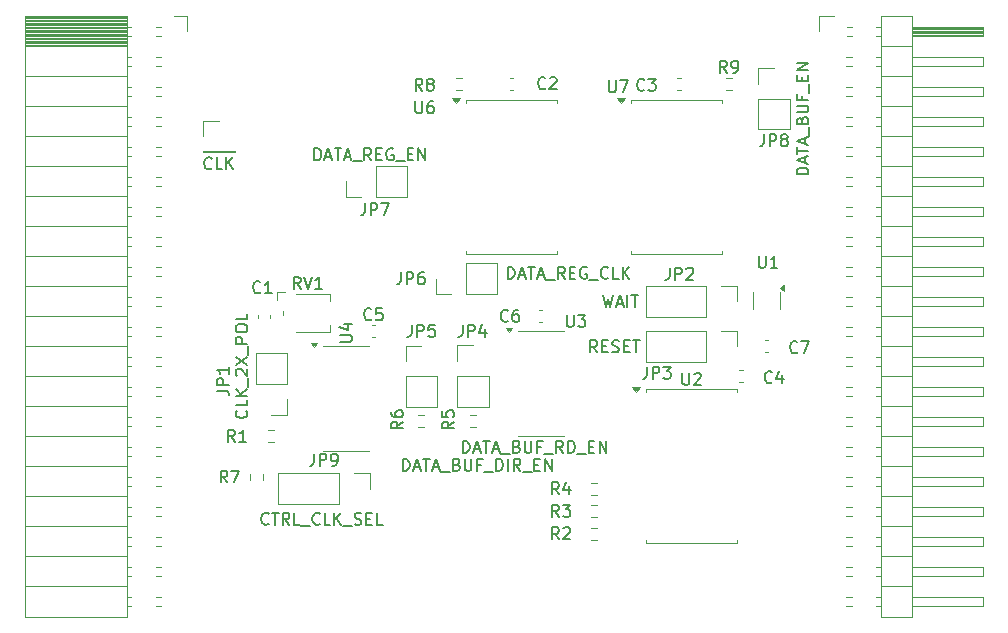
<source format=gbr>
%TF.GenerationSoftware,KiCad,Pcbnew,8.0.6-8.0.6-0~ubuntu24.04.1*%
%TF.CreationDate,2024-10-23T09:06:02-07:00*%
%TF.ProjectId,z80_sampler,7a38305f-7361-46d7-906c-65722e6b6963,1.0*%
%TF.SameCoordinates,Original*%
%TF.FileFunction,Legend,Top*%
%TF.FilePolarity,Positive*%
%FSLAX46Y46*%
G04 Gerber Fmt 4.6, Leading zero omitted, Abs format (unit mm)*
G04 Created by KiCad (PCBNEW 8.0.6-8.0.6-0~ubuntu24.04.1) date 2024-10-23 09:06:02*
%MOMM*%
%LPD*%
G01*
G04 APERTURE LIST*
%ADD10C,0.150000*%
%ADD11C,0.120000*%
G04 APERTURE END LIST*
D10*
X48914207Y-31905580D02*
X48866588Y-31953200D01*
X48866588Y-31953200D02*
X48723731Y-32000819D01*
X48723731Y-32000819D02*
X48628493Y-32000819D01*
X48628493Y-32000819D02*
X48485636Y-31953200D01*
X48485636Y-31953200D02*
X48390398Y-31857961D01*
X48390398Y-31857961D02*
X48342779Y-31762723D01*
X48342779Y-31762723D02*
X48295160Y-31572247D01*
X48295160Y-31572247D02*
X48295160Y-31429390D01*
X48295160Y-31429390D02*
X48342779Y-31238914D01*
X48342779Y-31238914D02*
X48390398Y-31143676D01*
X48390398Y-31143676D02*
X48485636Y-31048438D01*
X48485636Y-31048438D02*
X48628493Y-31000819D01*
X48628493Y-31000819D02*
X48723731Y-31000819D01*
X48723731Y-31000819D02*
X48866588Y-31048438D01*
X48866588Y-31048438D02*
X48914207Y-31096057D01*
X49818969Y-32000819D02*
X49342779Y-32000819D01*
X49342779Y-32000819D02*
X49342779Y-31000819D01*
X50152303Y-32000819D02*
X50152303Y-31000819D01*
X50723731Y-32000819D02*
X50295160Y-31429390D01*
X50723731Y-31000819D02*
X50152303Y-31572247D01*
X57613779Y-31238819D02*
X57613779Y-30238819D01*
X57613779Y-30238819D02*
X57851874Y-30238819D01*
X57851874Y-30238819D02*
X57994731Y-30286438D01*
X57994731Y-30286438D02*
X58089969Y-30381676D01*
X58089969Y-30381676D02*
X58137588Y-30476914D01*
X58137588Y-30476914D02*
X58185207Y-30667390D01*
X58185207Y-30667390D02*
X58185207Y-30810247D01*
X58185207Y-30810247D02*
X58137588Y-31000723D01*
X58137588Y-31000723D02*
X58089969Y-31095961D01*
X58089969Y-31095961D02*
X57994731Y-31191200D01*
X57994731Y-31191200D02*
X57851874Y-31238819D01*
X57851874Y-31238819D02*
X57613779Y-31238819D01*
X58566160Y-30953104D02*
X59042350Y-30953104D01*
X58470922Y-31238819D02*
X58804255Y-30238819D01*
X58804255Y-30238819D02*
X59137588Y-31238819D01*
X59328065Y-30238819D02*
X59899493Y-30238819D01*
X59613779Y-31238819D02*
X59613779Y-30238819D01*
X60185208Y-30953104D02*
X60661398Y-30953104D01*
X60089970Y-31238819D02*
X60423303Y-30238819D01*
X60423303Y-30238819D02*
X60756636Y-31238819D01*
X60851875Y-31334057D02*
X61613779Y-31334057D01*
X62423303Y-31238819D02*
X62089970Y-30762628D01*
X61851875Y-31238819D02*
X61851875Y-30238819D01*
X61851875Y-30238819D02*
X62232827Y-30238819D01*
X62232827Y-30238819D02*
X62328065Y-30286438D01*
X62328065Y-30286438D02*
X62375684Y-30334057D01*
X62375684Y-30334057D02*
X62423303Y-30429295D01*
X62423303Y-30429295D02*
X62423303Y-30572152D01*
X62423303Y-30572152D02*
X62375684Y-30667390D01*
X62375684Y-30667390D02*
X62328065Y-30715009D01*
X62328065Y-30715009D02*
X62232827Y-30762628D01*
X62232827Y-30762628D02*
X61851875Y-30762628D01*
X62851875Y-30715009D02*
X63185208Y-30715009D01*
X63328065Y-31238819D02*
X62851875Y-31238819D01*
X62851875Y-31238819D02*
X62851875Y-30238819D01*
X62851875Y-30238819D02*
X63328065Y-30238819D01*
X64280446Y-30286438D02*
X64185208Y-30238819D01*
X64185208Y-30238819D02*
X64042351Y-30238819D01*
X64042351Y-30238819D02*
X63899494Y-30286438D01*
X63899494Y-30286438D02*
X63804256Y-30381676D01*
X63804256Y-30381676D02*
X63756637Y-30476914D01*
X63756637Y-30476914D02*
X63709018Y-30667390D01*
X63709018Y-30667390D02*
X63709018Y-30810247D01*
X63709018Y-30810247D02*
X63756637Y-31000723D01*
X63756637Y-31000723D02*
X63804256Y-31095961D01*
X63804256Y-31095961D02*
X63899494Y-31191200D01*
X63899494Y-31191200D02*
X64042351Y-31238819D01*
X64042351Y-31238819D02*
X64137589Y-31238819D01*
X64137589Y-31238819D02*
X64280446Y-31191200D01*
X64280446Y-31191200D02*
X64328065Y-31143580D01*
X64328065Y-31143580D02*
X64328065Y-30810247D01*
X64328065Y-30810247D02*
X64137589Y-30810247D01*
X64518542Y-31334057D02*
X65280446Y-31334057D01*
X65518542Y-30715009D02*
X65851875Y-30715009D01*
X65994732Y-31238819D02*
X65518542Y-31238819D01*
X65518542Y-31238819D02*
X65518542Y-30238819D01*
X65518542Y-30238819D02*
X65994732Y-30238819D01*
X66423304Y-31238819D02*
X66423304Y-30238819D01*
X66423304Y-30238819D02*
X66994732Y-31238819D01*
X66994732Y-31238819D02*
X66994732Y-30238819D01*
X73996779Y-41271819D02*
X73996779Y-40271819D01*
X73996779Y-40271819D02*
X74234874Y-40271819D01*
X74234874Y-40271819D02*
X74377731Y-40319438D01*
X74377731Y-40319438D02*
X74472969Y-40414676D01*
X74472969Y-40414676D02*
X74520588Y-40509914D01*
X74520588Y-40509914D02*
X74568207Y-40700390D01*
X74568207Y-40700390D02*
X74568207Y-40843247D01*
X74568207Y-40843247D02*
X74520588Y-41033723D01*
X74520588Y-41033723D02*
X74472969Y-41128961D01*
X74472969Y-41128961D02*
X74377731Y-41224200D01*
X74377731Y-41224200D02*
X74234874Y-41271819D01*
X74234874Y-41271819D02*
X73996779Y-41271819D01*
X74949160Y-40986104D02*
X75425350Y-40986104D01*
X74853922Y-41271819D02*
X75187255Y-40271819D01*
X75187255Y-40271819D02*
X75520588Y-41271819D01*
X75711065Y-40271819D02*
X76282493Y-40271819D01*
X75996779Y-41271819D02*
X75996779Y-40271819D01*
X76568208Y-40986104D02*
X77044398Y-40986104D01*
X76472970Y-41271819D02*
X76806303Y-40271819D01*
X76806303Y-40271819D02*
X77139636Y-41271819D01*
X77234875Y-41367057D02*
X77996779Y-41367057D01*
X78806303Y-41271819D02*
X78472970Y-40795628D01*
X78234875Y-41271819D02*
X78234875Y-40271819D01*
X78234875Y-40271819D02*
X78615827Y-40271819D01*
X78615827Y-40271819D02*
X78711065Y-40319438D01*
X78711065Y-40319438D02*
X78758684Y-40367057D01*
X78758684Y-40367057D02*
X78806303Y-40462295D01*
X78806303Y-40462295D02*
X78806303Y-40605152D01*
X78806303Y-40605152D02*
X78758684Y-40700390D01*
X78758684Y-40700390D02*
X78711065Y-40748009D01*
X78711065Y-40748009D02*
X78615827Y-40795628D01*
X78615827Y-40795628D02*
X78234875Y-40795628D01*
X79234875Y-40748009D02*
X79568208Y-40748009D01*
X79711065Y-41271819D02*
X79234875Y-41271819D01*
X79234875Y-41271819D02*
X79234875Y-40271819D01*
X79234875Y-40271819D02*
X79711065Y-40271819D01*
X80663446Y-40319438D02*
X80568208Y-40271819D01*
X80568208Y-40271819D02*
X80425351Y-40271819D01*
X80425351Y-40271819D02*
X80282494Y-40319438D01*
X80282494Y-40319438D02*
X80187256Y-40414676D01*
X80187256Y-40414676D02*
X80139637Y-40509914D01*
X80139637Y-40509914D02*
X80092018Y-40700390D01*
X80092018Y-40700390D02*
X80092018Y-40843247D01*
X80092018Y-40843247D02*
X80139637Y-41033723D01*
X80139637Y-41033723D02*
X80187256Y-41128961D01*
X80187256Y-41128961D02*
X80282494Y-41224200D01*
X80282494Y-41224200D02*
X80425351Y-41271819D01*
X80425351Y-41271819D02*
X80520589Y-41271819D01*
X80520589Y-41271819D02*
X80663446Y-41224200D01*
X80663446Y-41224200D02*
X80711065Y-41176580D01*
X80711065Y-41176580D02*
X80711065Y-40843247D01*
X80711065Y-40843247D02*
X80520589Y-40843247D01*
X80901542Y-41367057D02*
X81663446Y-41367057D01*
X82472970Y-41176580D02*
X82425351Y-41224200D01*
X82425351Y-41224200D02*
X82282494Y-41271819D01*
X82282494Y-41271819D02*
X82187256Y-41271819D01*
X82187256Y-41271819D02*
X82044399Y-41224200D01*
X82044399Y-41224200D02*
X81949161Y-41128961D01*
X81949161Y-41128961D02*
X81901542Y-41033723D01*
X81901542Y-41033723D02*
X81853923Y-40843247D01*
X81853923Y-40843247D02*
X81853923Y-40700390D01*
X81853923Y-40700390D02*
X81901542Y-40509914D01*
X81901542Y-40509914D02*
X81949161Y-40414676D01*
X81949161Y-40414676D02*
X82044399Y-40319438D01*
X82044399Y-40319438D02*
X82187256Y-40271819D01*
X82187256Y-40271819D02*
X82282494Y-40271819D01*
X82282494Y-40271819D02*
X82425351Y-40319438D01*
X82425351Y-40319438D02*
X82472970Y-40367057D01*
X83377732Y-41271819D02*
X82901542Y-41271819D01*
X82901542Y-41271819D02*
X82901542Y-40271819D01*
X83711066Y-41271819D02*
X83711066Y-40271819D01*
X84282494Y-41271819D02*
X83853923Y-40700390D01*
X84282494Y-40271819D02*
X83711066Y-40843247D01*
X51844580Y-52431792D02*
X51892200Y-52479411D01*
X51892200Y-52479411D02*
X51939819Y-52622268D01*
X51939819Y-52622268D02*
X51939819Y-52717506D01*
X51939819Y-52717506D02*
X51892200Y-52860363D01*
X51892200Y-52860363D02*
X51796961Y-52955601D01*
X51796961Y-52955601D02*
X51701723Y-53003220D01*
X51701723Y-53003220D02*
X51511247Y-53050839D01*
X51511247Y-53050839D02*
X51368390Y-53050839D01*
X51368390Y-53050839D02*
X51177914Y-53003220D01*
X51177914Y-53003220D02*
X51082676Y-52955601D01*
X51082676Y-52955601D02*
X50987438Y-52860363D01*
X50987438Y-52860363D02*
X50939819Y-52717506D01*
X50939819Y-52717506D02*
X50939819Y-52622268D01*
X50939819Y-52622268D02*
X50987438Y-52479411D01*
X50987438Y-52479411D02*
X51035057Y-52431792D01*
X51939819Y-51527030D02*
X51939819Y-52003220D01*
X51939819Y-52003220D02*
X50939819Y-52003220D01*
X51939819Y-51193696D02*
X50939819Y-51193696D01*
X51939819Y-50622268D02*
X51368390Y-51050839D01*
X50939819Y-50622268D02*
X51511247Y-51193696D01*
X52035057Y-50431792D02*
X52035057Y-49669887D01*
X51035057Y-49479410D02*
X50987438Y-49431791D01*
X50987438Y-49431791D02*
X50939819Y-49336553D01*
X50939819Y-49336553D02*
X50939819Y-49098458D01*
X50939819Y-49098458D02*
X50987438Y-49003220D01*
X50987438Y-49003220D02*
X51035057Y-48955601D01*
X51035057Y-48955601D02*
X51130295Y-48907982D01*
X51130295Y-48907982D02*
X51225533Y-48907982D01*
X51225533Y-48907982D02*
X51368390Y-48955601D01*
X51368390Y-48955601D02*
X51939819Y-49527029D01*
X51939819Y-49527029D02*
X51939819Y-48907982D01*
X50939819Y-48574648D02*
X51939819Y-47907982D01*
X50939819Y-47907982D02*
X51939819Y-48574648D01*
X52035057Y-47765125D02*
X52035057Y-47003220D01*
X51939819Y-46765124D02*
X50939819Y-46765124D01*
X50939819Y-46765124D02*
X50939819Y-46384172D01*
X50939819Y-46384172D02*
X50987438Y-46288934D01*
X50987438Y-46288934D02*
X51035057Y-46241315D01*
X51035057Y-46241315D02*
X51130295Y-46193696D01*
X51130295Y-46193696D02*
X51273152Y-46193696D01*
X51273152Y-46193696D02*
X51368390Y-46241315D01*
X51368390Y-46241315D02*
X51416009Y-46288934D01*
X51416009Y-46288934D02*
X51463628Y-46384172D01*
X51463628Y-46384172D02*
X51463628Y-46765124D01*
X50939819Y-45574648D02*
X50939819Y-45384172D01*
X50939819Y-45384172D02*
X50987438Y-45288934D01*
X50987438Y-45288934D02*
X51082676Y-45193696D01*
X51082676Y-45193696D02*
X51273152Y-45146077D01*
X51273152Y-45146077D02*
X51606485Y-45146077D01*
X51606485Y-45146077D02*
X51796961Y-45193696D01*
X51796961Y-45193696D02*
X51892200Y-45288934D01*
X51892200Y-45288934D02*
X51939819Y-45384172D01*
X51939819Y-45384172D02*
X51939819Y-45574648D01*
X51939819Y-45574648D02*
X51892200Y-45669886D01*
X51892200Y-45669886D02*
X51796961Y-45765124D01*
X51796961Y-45765124D02*
X51606485Y-45812743D01*
X51606485Y-45812743D02*
X51273152Y-45812743D01*
X51273152Y-45812743D02*
X51082676Y-45765124D01*
X51082676Y-45765124D02*
X50987438Y-45669886D01*
X50987438Y-45669886D02*
X50939819Y-45574648D01*
X51939819Y-44241315D02*
X51939819Y-44717505D01*
X51939819Y-44717505D02*
X50939819Y-44717505D01*
X65106779Y-57527819D02*
X65106779Y-56527819D01*
X65106779Y-56527819D02*
X65344874Y-56527819D01*
X65344874Y-56527819D02*
X65487731Y-56575438D01*
X65487731Y-56575438D02*
X65582969Y-56670676D01*
X65582969Y-56670676D02*
X65630588Y-56765914D01*
X65630588Y-56765914D02*
X65678207Y-56956390D01*
X65678207Y-56956390D02*
X65678207Y-57099247D01*
X65678207Y-57099247D02*
X65630588Y-57289723D01*
X65630588Y-57289723D02*
X65582969Y-57384961D01*
X65582969Y-57384961D02*
X65487731Y-57480200D01*
X65487731Y-57480200D02*
X65344874Y-57527819D01*
X65344874Y-57527819D02*
X65106779Y-57527819D01*
X66059160Y-57242104D02*
X66535350Y-57242104D01*
X65963922Y-57527819D02*
X66297255Y-56527819D01*
X66297255Y-56527819D02*
X66630588Y-57527819D01*
X66821065Y-56527819D02*
X67392493Y-56527819D01*
X67106779Y-57527819D02*
X67106779Y-56527819D01*
X67678208Y-57242104D02*
X68154398Y-57242104D01*
X67582970Y-57527819D02*
X67916303Y-56527819D01*
X67916303Y-56527819D02*
X68249636Y-57527819D01*
X68344875Y-57623057D02*
X69106779Y-57623057D01*
X69678208Y-57004009D02*
X69821065Y-57051628D01*
X69821065Y-57051628D02*
X69868684Y-57099247D01*
X69868684Y-57099247D02*
X69916303Y-57194485D01*
X69916303Y-57194485D02*
X69916303Y-57337342D01*
X69916303Y-57337342D02*
X69868684Y-57432580D01*
X69868684Y-57432580D02*
X69821065Y-57480200D01*
X69821065Y-57480200D02*
X69725827Y-57527819D01*
X69725827Y-57527819D02*
X69344875Y-57527819D01*
X69344875Y-57527819D02*
X69344875Y-56527819D01*
X69344875Y-56527819D02*
X69678208Y-56527819D01*
X69678208Y-56527819D02*
X69773446Y-56575438D01*
X69773446Y-56575438D02*
X69821065Y-56623057D01*
X69821065Y-56623057D02*
X69868684Y-56718295D01*
X69868684Y-56718295D02*
X69868684Y-56813533D01*
X69868684Y-56813533D02*
X69821065Y-56908771D01*
X69821065Y-56908771D02*
X69773446Y-56956390D01*
X69773446Y-56956390D02*
X69678208Y-57004009D01*
X69678208Y-57004009D02*
X69344875Y-57004009D01*
X70344875Y-56527819D02*
X70344875Y-57337342D01*
X70344875Y-57337342D02*
X70392494Y-57432580D01*
X70392494Y-57432580D02*
X70440113Y-57480200D01*
X70440113Y-57480200D02*
X70535351Y-57527819D01*
X70535351Y-57527819D02*
X70725827Y-57527819D01*
X70725827Y-57527819D02*
X70821065Y-57480200D01*
X70821065Y-57480200D02*
X70868684Y-57432580D01*
X70868684Y-57432580D02*
X70916303Y-57337342D01*
X70916303Y-57337342D02*
X70916303Y-56527819D01*
X71725827Y-57004009D02*
X71392494Y-57004009D01*
X71392494Y-57527819D02*
X71392494Y-56527819D01*
X71392494Y-56527819D02*
X71868684Y-56527819D01*
X72011542Y-57623057D02*
X72773446Y-57623057D01*
X73011542Y-57527819D02*
X73011542Y-56527819D01*
X73011542Y-56527819D02*
X73249637Y-56527819D01*
X73249637Y-56527819D02*
X73392494Y-56575438D01*
X73392494Y-56575438D02*
X73487732Y-56670676D01*
X73487732Y-56670676D02*
X73535351Y-56765914D01*
X73535351Y-56765914D02*
X73582970Y-56956390D01*
X73582970Y-56956390D02*
X73582970Y-57099247D01*
X73582970Y-57099247D02*
X73535351Y-57289723D01*
X73535351Y-57289723D02*
X73487732Y-57384961D01*
X73487732Y-57384961D02*
X73392494Y-57480200D01*
X73392494Y-57480200D02*
X73249637Y-57527819D01*
X73249637Y-57527819D02*
X73011542Y-57527819D01*
X74011542Y-57527819D02*
X74011542Y-56527819D01*
X75059160Y-57527819D02*
X74725827Y-57051628D01*
X74487732Y-57527819D02*
X74487732Y-56527819D01*
X74487732Y-56527819D02*
X74868684Y-56527819D01*
X74868684Y-56527819D02*
X74963922Y-56575438D01*
X74963922Y-56575438D02*
X75011541Y-56623057D01*
X75011541Y-56623057D02*
X75059160Y-56718295D01*
X75059160Y-56718295D02*
X75059160Y-56861152D01*
X75059160Y-56861152D02*
X75011541Y-56956390D01*
X75011541Y-56956390D02*
X74963922Y-57004009D01*
X74963922Y-57004009D02*
X74868684Y-57051628D01*
X74868684Y-57051628D02*
X74487732Y-57051628D01*
X75249637Y-57623057D02*
X76011541Y-57623057D01*
X76249637Y-57004009D02*
X76582970Y-57004009D01*
X76725827Y-57527819D02*
X76249637Y-57527819D01*
X76249637Y-57527819D02*
X76249637Y-56527819D01*
X76249637Y-56527819D02*
X76725827Y-56527819D01*
X77154399Y-57527819D02*
X77154399Y-56527819D01*
X77154399Y-56527819D02*
X77725827Y-57527819D01*
X77725827Y-57527819D02*
X77725827Y-56527819D01*
X99437819Y-32429220D02*
X98437819Y-32429220D01*
X98437819Y-32429220D02*
X98437819Y-32191125D01*
X98437819Y-32191125D02*
X98485438Y-32048268D01*
X98485438Y-32048268D02*
X98580676Y-31953030D01*
X98580676Y-31953030D02*
X98675914Y-31905411D01*
X98675914Y-31905411D02*
X98866390Y-31857792D01*
X98866390Y-31857792D02*
X99009247Y-31857792D01*
X99009247Y-31857792D02*
X99199723Y-31905411D01*
X99199723Y-31905411D02*
X99294961Y-31953030D01*
X99294961Y-31953030D02*
X99390200Y-32048268D01*
X99390200Y-32048268D02*
X99437819Y-32191125D01*
X99437819Y-32191125D02*
X99437819Y-32429220D01*
X99152104Y-31476839D02*
X99152104Y-31000649D01*
X99437819Y-31572077D02*
X98437819Y-31238744D01*
X98437819Y-31238744D02*
X99437819Y-30905411D01*
X98437819Y-30714934D02*
X98437819Y-30143506D01*
X99437819Y-30429220D02*
X98437819Y-30429220D01*
X99152104Y-29857791D02*
X99152104Y-29381601D01*
X99437819Y-29953029D02*
X98437819Y-29619696D01*
X98437819Y-29619696D02*
X99437819Y-29286363D01*
X99533057Y-29191125D02*
X99533057Y-28429220D01*
X98914009Y-27857791D02*
X98961628Y-27714934D01*
X98961628Y-27714934D02*
X99009247Y-27667315D01*
X99009247Y-27667315D02*
X99104485Y-27619696D01*
X99104485Y-27619696D02*
X99247342Y-27619696D01*
X99247342Y-27619696D02*
X99342580Y-27667315D01*
X99342580Y-27667315D02*
X99390200Y-27714934D01*
X99390200Y-27714934D02*
X99437819Y-27810172D01*
X99437819Y-27810172D02*
X99437819Y-28191124D01*
X99437819Y-28191124D02*
X98437819Y-28191124D01*
X98437819Y-28191124D02*
X98437819Y-27857791D01*
X98437819Y-27857791D02*
X98485438Y-27762553D01*
X98485438Y-27762553D02*
X98533057Y-27714934D01*
X98533057Y-27714934D02*
X98628295Y-27667315D01*
X98628295Y-27667315D02*
X98723533Y-27667315D01*
X98723533Y-27667315D02*
X98818771Y-27714934D01*
X98818771Y-27714934D02*
X98866390Y-27762553D01*
X98866390Y-27762553D02*
X98914009Y-27857791D01*
X98914009Y-27857791D02*
X98914009Y-28191124D01*
X98437819Y-27191124D02*
X99247342Y-27191124D01*
X99247342Y-27191124D02*
X99342580Y-27143505D01*
X99342580Y-27143505D02*
X99390200Y-27095886D01*
X99390200Y-27095886D02*
X99437819Y-27000648D01*
X99437819Y-27000648D02*
X99437819Y-26810172D01*
X99437819Y-26810172D02*
X99390200Y-26714934D01*
X99390200Y-26714934D02*
X99342580Y-26667315D01*
X99342580Y-26667315D02*
X99247342Y-26619696D01*
X99247342Y-26619696D02*
X98437819Y-26619696D01*
X98914009Y-25810172D02*
X98914009Y-26143505D01*
X99437819Y-26143505D02*
X98437819Y-26143505D01*
X98437819Y-26143505D02*
X98437819Y-25667315D01*
X99533057Y-25524458D02*
X99533057Y-24762553D01*
X98914009Y-24524457D02*
X98914009Y-24191124D01*
X99437819Y-24048267D02*
X99437819Y-24524457D01*
X99437819Y-24524457D02*
X98437819Y-24524457D01*
X98437819Y-24524457D02*
X98437819Y-24048267D01*
X99437819Y-23619695D02*
X98437819Y-23619695D01*
X98437819Y-23619695D02*
X99437819Y-23048267D01*
X99437819Y-23048267D02*
X98437819Y-23048267D01*
X70186779Y-56003819D02*
X70186779Y-55003819D01*
X70186779Y-55003819D02*
X70424874Y-55003819D01*
X70424874Y-55003819D02*
X70567731Y-55051438D01*
X70567731Y-55051438D02*
X70662969Y-55146676D01*
X70662969Y-55146676D02*
X70710588Y-55241914D01*
X70710588Y-55241914D02*
X70758207Y-55432390D01*
X70758207Y-55432390D02*
X70758207Y-55575247D01*
X70758207Y-55575247D02*
X70710588Y-55765723D01*
X70710588Y-55765723D02*
X70662969Y-55860961D01*
X70662969Y-55860961D02*
X70567731Y-55956200D01*
X70567731Y-55956200D02*
X70424874Y-56003819D01*
X70424874Y-56003819D02*
X70186779Y-56003819D01*
X71139160Y-55718104D02*
X71615350Y-55718104D01*
X71043922Y-56003819D02*
X71377255Y-55003819D01*
X71377255Y-55003819D02*
X71710588Y-56003819D01*
X71901065Y-55003819D02*
X72472493Y-55003819D01*
X72186779Y-56003819D02*
X72186779Y-55003819D01*
X72758208Y-55718104D02*
X73234398Y-55718104D01*
X72662970Y-56003819D02*
X72996303Y-55003819D01*
X72996303Y-55003819D02*
X73329636Y-56003819D01*
X73424875Y-56099057D02*
X74186779Y-56099057D01*
X74758208Y-55480009D02*
X74901065Y-55527628D01*
X74901065Y-55527628D02*
X74948684Y-55575247D01*
X74948684Y-55575247D02*
X74996303Y-55670485D01*
X74996303Y-55670485D02*
X74996303Y-55813342D01*
X74996303Y-55813342D02*
X74948684Y-55908580D01*
X74948684Y-55908580D02*
X74901065Y-55956200D01*
X74901065Y-55956200D02*
X74805827Y-56003819D01*
X74805827Y-56003819D02*
X74424875Y-56003819D01*
X74424875Y-56003819D02*
X74424875Y-55003819D01*
X74424875Y-55003819D02*
X74758208Y-55003819D01*
X74758208Y-55003819D02*
X74853446Y-55051438D01*
X74853446Y-55051438D02*
X74901065Y-55099057D01*
X74901065Y-55099057D02*
X74948684Y-55194295D01*
X74948684Y-55194295D02*
X74948684Y-55289533D01*
X74948684Y-55289533D02*
X74901065Y-55384771D01*
X74901065Y-55384771D02*
X74853446Y-55432390D01*
X74853446Y-55432390D02*
X74758208Y-55480009D01*
X74758208Y-55480009D02*
X74424875Y-55480009D01*
X75424875Y-55003819D02*
X75424875Y-55813342D01*
X75424875Y-55813342D02*
X75472494Y-55908580D01*
X75472494Y-55908580D02*
X75520113Y-55956200D01*
X75520113Y-55956200D02*
X75615351Y-56003819D01*
X75615351Y-56003819D02*
X75805827Y-56003819D01*
X75805827Y-56003819D02*
X75901065Y-55956200D01*
X75901065Y-55956200D02*
X75948684Y-55908580D01*
X75948684Y-55908580D02*
X75996303Y-55813342D01*
X75996303Y-55813342D02*
X75996303Y-55003819D01*
X76805827Y-55480009D02*
X76472494Y-55480009D01*
X76472494Y-56003819D02*
X76472494Y-55003819D01*
X76472494Y-55003819D02*
X76948684Y-55003819D01*
X77091542Y-56099057D02*
X77853446Y-56099057D01*
X78662970Y-56003819D02*
X78329637Y-55527628D01*
X78091542Y-56003819D02*
X78091542Y-55003819D01*
X78091542Y-55003819D02*
X78472494Y-55003819D01*
X78472494Y-55003819D02*
X78567732Y-55051438D01*
X78567732Y-55051438D02*
X78615351Y-55099057D01*
X78615351Y-55099057D02*
X78662970Y-55194295D01*
X78662970Y-55194295D02*
X78662970Y-55337152D01*
X78662970Y-55337152D02*
X78615351Y-55432390D01*
X78615351Y-55432390D02*
X78567732Y-55480009D01*
X78567732Y-55480009D02*
X78472494Y-55527628D01*
X78472494Y-55527628D02*
X78091542Y-55527628D01*
X79091542Y-56003819D02*
X79091542Y-55003819D01*
X79091542Y-55003819D02*
X79329637Y-55003819D01*
X79329637Y-55003819D02*
X79472494Y-55051438D01*
X79472494Y-55051438D02*
X79567732Y-55146676D01*
X79567732Y-55146676D02*
X79615351Y-55241914D01*
X79615351Y-55241914D02*
X79662970Y-55432390D01*
X79662970Y-55432390D02*
X79662970Y-55575247D01*
X79662970Y-55575247D02*
X79615351Y-55765723D01*
X79615351Y-55765723D02*
X79567732Y-55860961D01*
X79567732Y-55860961D02*
X79472494Y-55956200D01*
X79472494Y-55956200D02*
X79329637Y-56003819D01*
X79329637Y-56003819D02*
X79091542Y-56003819D01*
X79853447Y-56099057D02*
X80615351Y-56099057D01*
X80853447Y-55480009D02*
X81186780Y-55480009D01*
X81329637Y-56003819D02*
X80853447Y-56003819D01*
X80853447Y-56003819D02*
X80853447Y-55003819D01*
X80853447Y-55003819D02*
X81329637Y-55003819D01*
X81758209Y-56003819D02*
X81758209Y-55003819D01*
X81758209Y-55003819D02*
X82329637Y-56003819D01*
X82329637Y-56003819D02*
X82329637Y-55003819D01*
X82029541Y-42684819D02*
X82267636Y-43684819D01*
X82267636Y-43684819D02*
X82458112Y-42970533D01*
X82458112Y-42970533D02*
X82648588Y-43684819D01*
X82648588Y-43684819D02*
X82886684Y-42684819D01*
X83220017Y-43399104D02*
X83696207Y-43399104D01*
X83124779Y-43684819D02*
X83458112Y-42684819D01*
X83458112Y-42684819D02*
X83791445Y-43684819D01*
X84124779Y-43684819D02*
X84124779Y-42684819D01*
X84458112Y-42684819D02*
X85029540Y-42684819D01*
X84743826Y-43684819D02*
X84743826Y-42684819D01*
X81553207Y-47494819D02*
X81219874Y-47018628D01*
X80981779Y-47494819D02*
X80981779Y-46494819D01*
X80981779Y-46494819D02*
X81362731Y-46494819D01*
X81362731Y-46494819D02*
X81457969Y-46542438D01*
X81457969Y-46542438D02*
X81505588Y-46590057D01*
X81505588Y-46590057D02*
X81553207Y-46685295D01*
X81553207Y-46685295D02*
X81553207Y-46828152D01*
X81553207Y-46828152D02*
X81505588Y-46923390D01*
X81505588Y-46923390D02*
X81457969Y-46971009D01*
X81457969Y-46971009D02*
X81362731Y-47018628D01*
X81362731Y-47018628D02*
X80981779Y-47018628D01*
X81981779Y-46971009D02*
X82315112Y-46971009D01*
X82457969Y-47494819D02*
X81981779Y-47494819D01*
X81981779Y-47494819D02*
X81981779Y-46494819D01*
X81981779Y-46494819D02*
X82457969Y-46494819D01*
X82838922Y-47447200D02*
X82981779Y-47494819D01*
X82981779Y-47494819D02*
X83219874Y-47494819D01*
X83219874Y-47494819D02*
X83315112Y-47447200D01*
X83315112Y-47447200D02*
X83362731Y-47399580D01*
X83362731Y-47399580D02*
X83410350Y-47304342D01*
X83410350Y-47304342D02*
X83410350Y-47209104D01*
X83410350Y-47209104D02*
X83362731Y-47113866D01*
X83362731Y-47113866D02*
X83315112Y-47066247D01*
X83315112Y-47066247D02*
X83219874Y-47018628D01*
X83219874Y-47018628D02*
X83029398Y-46971009D01*
X83029398Y-46971009D02*
X82934160Y-46923390D01*
X82934160Y-46923390D02*
X82886541Y-46875771D01*
X82886541Y-46875771D02*
X82838922Y-46780533D01*
X82838922Y-46780533D02*
X82838922Y-46685295D01*
X82838922Y-46685295D02*
X82886541Y-46590057D01*
X82886541Y-46590057D02*
X82934160Y-46542438D01*
X82934160Y-46542438D02*
X83029398Y-46494819D01*
X83029398Y-46494819D02*
X83267493Y-46494819D01*
X83267493Y-46494819D02*
X83410350Y-46542438D01*
X83838922Y-46971009D02*
X84172255Y-46971009D01*
X84315112Y-47494819D02*
X83838922Y-47494819D01*
X83838922Y-47494819D02*
X83838922Y-46494819D01*
X83838922Y-46494819D02*
X84315112Y-46494819D01*
X84600827Y-46494819D02*
X85172255Y-46494819D01*
X84886541Y-47494819D02*
X84886541Y-46494819D01*
X53740207Y-62004580D02*
X53692588Y-62052200D01*
X53692588Y-62052200D02*
X53549731Y-62099819D01*
X53549731Y-62099819D02*
X53454493Y-62099819D01*
X53454493Y-62099819D02*
X53311636Y-62052200D01*
X53311636Y-62052200D02*
X53216398Y-61956961D01*
X53216398Y-61956961D02*
X53168779Y-61861723D01*
X53168779Y-61861723D02*
X53121160Y-61671247D01*
X53121160Y-61671247D02*
X53121160Y-61528390D01*
X53121160Y-61528390D02*
X53168779Y-61337914D01*
X53168779Y-61337914D02*
X53216398Y-61242676D01*
X53216398Y-61242676D02*
X53311636Y-61147438D01*
X53311636Y-61147438D02*
X53454493Y-61099819D01*
X53454493Y-61099819D02*
X53549731Y-61099819D01*
X53549731Y-61099819D02*
X53692588Y-61147438D01*
X53692588Y-61147438D02*
X53740207Y-61195057D01*
X54025922Y-61099819D02*
X54597350Y-61099819D01*
X54311636Y-62099819D02*
X54311636Y-61099819D01*
X55502112Y-62099819D02*
X55168779Y-61623628D01*
X54930684Y-62099819D02*
X54930684Y-61099819D01*
X54930684Y-61099819D02*
X55311636Y-61099819D01*
X55311636Y-61099819D02*
X55406874Y-61147438D01*
X55406874Y-61147438D02*
X55454493Y-61195057D01*
X55454493Y-61195057D02*
X55502112Y-61290295D01*
X55502112Y-61290295D02*
X55502112Y-61433152D01*
X55502112Y-61433152D02*
X55454493Y-61528390D01*
X55454493Y-61528390D02*
X55406874Y-61576009D01*
X55406874Y-61576009D02*
X55311636Y-61623628D01*
X55311636Y-61623628D02*
X54930684Y-61623628D01*
X56406874Y-62099819D02*
X55930684Y-62099819D01*
X55930684Y-62099819D02*
X55930684Y-61099819D01*
X56502113Y-62195057D02*
X57264017Y-62195057D01*
X58073541Y-62004580D02*
X58025922Y-62052200D01*
X58025922Y-62052200D02*
X57883065Y-62099819D01*
X57883065Y-62099819D02*
X57787827Y-62099819D01*
X57787827Y-62099819D02*
X57644970Y-62052200D01*
X57644970Y-62052200D02*
X57549732Y-61956961D01*
X57549732Y-61956961D02*
X57502113Y-61861723D01*
X57502113Y-61861723D02*
X57454494Y-61671247D01*
X57454494Y-61671247D02*
X57454494Y-61528390D01*
X57454494Y-61528390D02*
X57502113Y-61337914D01*
X57502113Y-61337914D02*
X57549732Y-61242676D01*
X57549732Y-61242676D02*
X57644970Y-61147438D01*
X57644970Y-61147438D02*
X57787827Y-61099819D01*
X57787827Y-61099819D02*
X57883065Y-61099819D01*
X57883065Y-61099819D02*
X58025922Y-61147438D01*
X58025922Y-61147438D02*
X58073541Y-61195057D01*
X58978303Y-62099819D02*
X58502113Y-62099819D01*
X58502113Y-62099819D02*
X58502113Y-61099819D01*
X59311637Y-62099819D02*
X59311637Y-61099819D01*
X59883065Y-62099819D02*
X59454494Y-61528390D01*
X59883065Y-61099819D02*
X59311637Y-61671247D01*
X60073542Y-62195057D02*
X60835446Y-62195057D01*
X61025923Y-62052200D02*
X61168780Y-62099819D01*
X61168780Y-62099819D02*
X61406875Y-62099819D01*
X61406875Y-62099819D02*
X61502113Y-62052200D01*
X61502113Y-62052200D02*
X61549732Y-62004580D01*
X61549732Y-62004580D02*
X61597351Y-61909342D01*
X61597351Y-61909342D02*
X61597351Y-61814104D01*
X61597351Y-61814104D02*
X61549732Y-61718866D01*
X61549732Y-61718866D02*
X61502113Y-61671247D01*
X61502113Y-61671247D02*
X61406875Y-61623628D01*
X61406875Y-61623628D02*
X61216399Y-61576009D01*
X61216399Y-61576009D02*
X61121161Y-61528390D01*
X61121161Y-61528390D02*
X61073542Y-61480771D01*
X61073542Y-61480771D02*
X61025923Y-61385533D01*
X61025923Y-61385533D02*
X61025923Y-61290295D01*
X61025923Y-61290295D02*
X61073542Y-61195057D01*
X61073542Y-61195057D02*
X61121161Y-61147438D01*
X61121161Y-61147438D02*
X61216399Y-61099819D01*
X61216399Y-61099819D02*
X61454494Y-61099819D01*
X61454494Y-61099819D02*
X61597351Y-61147438D01*
X62025923Y-61576009D02*
X62359256Y-61576009D01*
X62502113Y-62099819D02*
X62025923Y-62099819D01*
X62025923Y-62099819D02*
X62025923Y-61099819D01*
X62025923Y-61099819D02*
X62502113Y-61099819D01*
X63406875Y-62099819D02*
X62930685Y-62099819D01*
X62930685Y-62099819D02*
X62930685Y-61099819D01*
X66762333Y-25346819D02*
X66429000Y-24870628D01*
X66190905Y-25346819D02*
X66190905Y-24346819D01*
X66190905Y-24346819D02*
X66571857Y-24346819D01*
X66571857Y-24346819D02*
X66667095Y-24394438D01*
X66667095Y-24394438D02*
X66714714Y-24442057D01*
X66714714Y-24442057D02*
X66762333Y-24537295D01*
X66762333Y-24537295D02*
X66762333Y-24680152D01*
X66762333Y-24680152D02*
X66714714Y-24775390D01*
X66714714Y-24775390D02*
X66667095Y-24823009D01*
X66667095Y-24823009D02*
X66571857Y-24870628D01*
X66571857Y-24870628D02*
X66190905Y-24870628D01*
X67333762Y-24775390D02*
X67238524Y-24727771D01*
X67238524Y-24727771D02*
X67190905Y-24680152D01*
X67190905Y-24680152D02*
X67143286Y-24584914D01*
X67143286Y-24584914D02*
X67143286Y-24537295D01*
X67143286Y-24537295D02*
X67190905Y-24442057D01*
X67190905Y-24442057D02*
X67238524Y-24394438D01*
X67238524Y-24394438D02*
X67333762Y-24346819D01*
X67333762Y-24346819D02*
X67524238Y-24346819D01*
X67524238Y-24346819D02*
X67619476Y-24394438D01*
X67619476Y-24394438D02*
X67667095Y-24442057D01*
X67667095Y-24442057D02*
X67714714Y-24537295D01*
X67714714Y-24537295D02*
X67714714Y-24584914D01*
X67714714Y-24584914D02*
X67667095Y-24680152D01*
X67667095Y-24680152D02*
X67619476Y-24727771D01*
X67619476Y-24727771D02*
X67524238Y-24775390D01*
X67524238Y-24775390D02*
X67333762Y-24775390D01*
X67333762Y-24775390D02*
X67238524Y-24823009D01*
X67238524Y-24823009D02*
X67190905Y-24870628D01*
X67190905Y-24870628D02*
X67143286Y-24965866D01*
X67143286Y-24965866D02*
X67143286Y-25156342D01*
X67143286Y-25156342D02*
X67190905Y-25251580D01*
X67190905Y-25251580D02*
X67238524Y-25299200D01*
X67238524Y-25299200D02*
X67333762Y-25346819D01*
X67333762Y-25346819D02*
X67524238Y-25346819D01*
X67524238Y-25346819D02*
X67619476Y-25299200D01*
X67619476Y-25299200D02*
X67667095Y-25251580D01*
X67667095Y-25251580D02*
X67714714Y-25156342D01*
X67714714Y-25156342D02*
X67714714Y-24965866D01*
X67714714Y-24965866D02*
X67667095Y-24870628D01*
X67667095Y-24870628D02*
X67619476Y-24823009D01*
X67619476Y-24823009D02*
X67524238Y-24775390D01*
X92543333Y-23822819D02*
X92210000Y-23346628D01*
X91971905Y-23822819D02*
X91971905Y-22822819D01*
X91971905Y-22822819D02*
X92352857Y-22822819D01*
X92352857Y-22822819D02*
X92448095Y-22870438D01*
X92448095Y-22870438D02*
X92495714Y-22918057D01*
X92495714Y-22918057D02*
X92543333Y-23013295D01*
X92543333Y-23013295D02*
X92543333Y-23156152D01*
X92543333Y-23156152D02*
X92495714Y-23251390D01*
X92495714Y-23251390D02*
X92448095Y-23299009D01*
X92448095Y-23299009D02*
X92352857Y-23346628D01*
X92352857Y-23346628D02*
X91971905Y-23346628D01*
X93019524Y-23822819D02*
X93210000Y-23822819D01*
X93210000Y-23822819D02*
X93305238Y-23775200D01*
X93305238Y-23775200D02*
X93352857Y-23727580D01*
X93352857Y-23727580D02*
X93448095Y-23584723D01*
X93448095Y-23584723D02*
X93495714Y-23394247D01*
X93495714Y-23394247D02*
X93495714Y-23013295D01*
X93495714Y-23013295D02*
X93448095Y-22918057D01*
X93448095Y-22918057D02*
X93400476Y-22870438D01*
X93400476Y-22870438D02*
X93305238Y-22822819D01*
X93305238Y-22822819D02*
X93114762Y-22822819D01*
X93114762Y-22822819D02*
X93019524Y-22870438D01*
X93019524Y-22870438D02*
X92971905Y-22918057D01*
X92971905Y-22918057D02*
X92924286Y-23013295D01*
X92924286Y-23013295D02*
X92924286Y-23251390D01*
X92924286Y-23251390D02*
X92971905Y-23346628D01*
X92971905Y-23346628D02*
X93019524Y-23394247D01*
X93019524Y-23394247D02*
X93114762Y-23441866D01*
X93114762Y-23441866D02*
X93305238Y-23441866D01*
X93305238Y-23441866D02*
X93400476Y-23394247D01*
X93400476Y-23394247D02*
X93448095Y-23346628D01*
X93448095Y-23346628D02*
X93495714Y-23251390D01*
X95686666Y-29045819D02*
X95686666Y-29760104D01*
X95686666Y-29760104D02*
X95639047Y-29902961D01*
X95639047Y-29902961D02*
X95543809Y-29998200D01*
X95543809Y-29998200D02*
X95400952Y-30045819D01*
X95400952Y-30045819D02*
X95305714Y-30045819D01*
X96162857Y-30045819D02*
X96162857Y-29045819D01*
X96162857Y-29045819D02*
X96543809Y-29045819D01*
X96543809Y-29045819D02*
X96639047Y-29093438D01*
X96639047Y-29093438D02*
X96686666Y-29141057D01*
X96686666Y-29141057D02*
X96734285Y-29236295D01*
X96734285Y-29236295D02*
X96734285Y-29379152D01*
X96734285Y-29379152D02*
X96686666Y-29474390D01*
X96686666Y-29474390D02*
X96639047Y-29522009D01*
X96639047Y-29522009D02*
X96543809Y-29569628D01*
X96543809Y-29569628D02*
X96162857Y-29569628D01*
X97305714Y-29474390D02*
X97210476Y-29426771D01*
X97210476Y-29426771D02*
X97162857Y-29379152D01*
X97162857Y-29379152D02*
X97115238Y-29283914D01*
X97115238Y-29283914D02*
X97115238Y-29236295D01*
X97115238Y-29236295D02*
X97162857Y-29141057D01*
X97162857Y-29141057D02*
X97210476Y-29093438D01*
X97210476Y-29093438D02*
X97305714Y-29045819D01*
X97305714Y-29045819D02*
X97496190Y-29045819D01*
X97496190Y-29045819D02*
X97591428Y-29093438D01*
X97591428Y-29093438D02*
X97639047Y-29141057D01*
X97639047Y-29141057D02*
X97686666Y-29236295D01*
X97686666Y-29236295D02*
X97686666Y-29283914D01*
X97686666Y-29283914D02*
X97639047Y-29379152D01*
X97639047Y-29379152D02*
X97591428Y-29426771D01*
X97591428Y-29426771D02*
X97496190Y-29474390D01*
X97496190Y-29474390D02*
X97305714Y-29474390D01*
X97305714Y-29474390D02*
X97210476Y-29522009D01*
X97210476Y-29522009D02*
X97162857Y-29569628D01*
X97162857Y-29569628D02*
X97115238Y-29664866D01*
X97115238Y-29664866D02*
X97115238Y-29855342D01*
X97115238Y-29855342D02*
X97162857Y-29950580D01*
X97162857Y-29950580D02*
X97210476Y-29998200D01*
X97210476Y-29998200D02*
X97305714Y-30045819D01*
X97305714Y-30045819D02*
X97496190Y-30045819D01*
X97496190Y-30045819D02*
X97591428Y-29998200D01*
X97591428Y-29998200D02*
X97639047Y-29950580D01*
X97639047Y-29950580D02*
X97686666Y-29855342D01*
X97686666Y-29855342D02*
X97686666Y-29664866D01*
X97686666Y-29664866D02*
X97639047Y-29569628D01*
X97639047Y-29569628D02*
X97591428Y-29522009D01*
X97591428Y-29522009D02*
X97496190Y-29474390D01*
X87685666Y-40348819D02*
X87685666Y-41063104D01*
X87685666Y-41063104D02*
X87638047Y-41205961D01*
X87638047Y-41205961D02*
X87542809Y-41301200D01*
X87542809Y-41301200D02*
X87399952Y-41348819D01*
X87399952Y-41348819D02*
X87304714Y-41348819D01*
X88161857Y-41348819D02*
X88161857Y-40348819D01*
X88161857Y-40348819D02*
X88542809Y-40348819D01*
X88542809Y-40348819D02*
X88638047Y-40396438D01*
X88638047Y-40396438D02*
X88685666Y-40444057D01*
X88685666Y-40444057D02*
X88733285Y-40539295D01*
X88733285Y-40539295D02*
X88733285Y-40682152D01*
X88733285Y-40682152D02*
X88685666Y-40777390D01*
X88685666Y-40777390D02*
X88638047Y-40825009D01*
X88638047Y-40825009D02*
X88542809Y-40872628D01*
X88542809Y-40872628D02*
X88161857Y-40872628D01*
X89114238Y-40444057D02*
X89161857Y-40396438D01*
X89161857Y-40396438D02*
X89257095Y-40348819D01*
X89257095Y-40348819D02*
X89495190Y-40348819D01*
X89495190Y-40348819D02*
X89590428Y-40396438D01*
X89590428Y-40396438D02*
X89638047Y-40444057D01*
X89638047Y-40444057D02*
X89685666Y-40539295D01*
X89685666Y-40539295D02*
X89685666Y-40634533D01*
X89685666Y-40634533D02*
X89638047Y-40777390D01*
X89638047Y-40777390D02*
X89066619Y-41348819D01*
X89066619Y-41348819D02*
X89685666Y-41348819D01*
X66167095Y-26251819D02*
X66167095Y-27061342D01*
X66167095Y-27061342D02*
X66214714Y-27156580D01*
X66214714Y-27156580D02*
X66262333Y-27204200D01*
X66262333Y-27204200D02*
X66357571Y-27251819D01*
X66357571Y-27251819D02*
X66548047Y-27251819D01*
X66548047Y-27251819D02*
X66643285Y-27204200D01*
X66643285Y-27204200D02*
X66690904Y-27156580D01*
X66690904Y-27156580D02*
X66738523Y-27061342D01*
X66738523Y-27061342D02*
X66738523Y-26251819D01*
X67643285Y-26251819D02*
X67452809Y-26251819D01*
X67452809Y-26251819D02*
X67357571Y-26299438D01*
X67357571Y-26299438D02*
X67309952Y-26347057D01*
X67309952Y-26347057D02*
X67214714Y-26489914D01*
X67214714Y-26489914D02*
X67167095Y-26680390D01*
X67167095Y-26680390D02*
X67167095Y-27061342D01*
X67167095Y-27061342D02*
X67214714Y-27156580D01*
X67214714Y-27156580D02*
X67262333Y-27204200D01*
X67262333Y-27204200D02*
X67357571Y-27251819D01*
X67357571Y-27251819D02*
X67548047Y-27251819D01*
X67548047Y-27251819D02*
X67643285Y-27204200D01*
X67643285Y-27204200D02*
X67690904Y-27156580D01*
X67690904Y-27156580D02*
X67738523Y-27061342D01*
X67738523Y-27061342D02*
X67738523Y-26823247D01*
X67738523Y-26823247D02*
X67690904Y-26728009D01*
X67690904Y-26728009D02*
X67643285Y-26680390D01*
X67643285Y-26680390D02*
X67548047Y-26632771D01*
X67548047Y-26632771D02*
X67357571Y-26632771D01*
X67357571Y-26632771D02*
X67262333Y-26680390D01*
X67262333Y-26680390D02*
X67214714Y-26728009D01*
X67214714Y-26728009D02*
X67167095Y-26823247D01*
X65841666Y-45174819D02*
X65841666Y-45889104D01*
X65841666Y-45889104D02*
X65794047Y-46031961D01*
X65794047Y-46031961D02*
X65698809Y-46127200D01*
X65698809Y-46127200D02*
X65555952Y-46174819D01*
X65555952Y-46174819D02*
X65460714Y-46174819D01*
X66317857Y-46174819D02*
X66317857Y-45174819D01*
X66317857Y-45174819D02*
X66698809Y-45174819D01*
X66698809Y-45174819D02*
X66794047Y-45222438D01*
X66794047Y-45222438D02*
X66841666Y-45270057D01*
X66841666Y-45270057D02*
X66889285Y-45365295D01*
X66889285Y-45365295D02*
X66889285Y-45508152D01*
X66889285Y-45508152D02*
X66841666Y-45603390D01*
X66841666Y-45603390D02*
X66794047Y-45651009D01*
X66794047Y-45651009D02*
X66698809Y-45698628D01*
X66698809Y-45698628D02*
X66317857Y-45698628D01*
X67794047Y-45174819D02*
X67317857Y-45174819D01*
X67317857Y-45174819D02*
X67270238Y-45651009D01*
X67270238Y-45651009D02*
X67317857Y-45603390D01*
X67317857Y-45603390D02*
X67413095Y-45555771D01*
X67413095Y-45555771D02*
X67651190Y-45555771D01*
X67651190Y-45555771D02*
X67746428Y-45603390D01*
X67746428Y-45603390D02*
X67794047Y-45651009D01*
X67794047Y-45651009D02*
X67841666Y-45746247D01*
X67841666Y-45746247D02*
X67841666Y-45984342D01*
X67841666Y-45984342D02*
X67794047Y-46079580D01*
X67794047Y-46079580D02*
X67746428Y-46127200D01*
X67746428Y-46127200D02*
X67651190Y-46174819D01*
X67651190Y-46174819D02*
X67413095Y-46174819D01*
X67413095Y-46174819D02*
X67317857Y-46127200D01*
X67317857Y-46127200D02*
X67270238Y-46079580D01*
X78319333Y-59509819D02*
X77986000Y-59033628D01*
X77747905Y-59509819D02*
X77747905Y-58509819D01*
X77747905Y-58509819D02*
X78128857Y-58509819D01*
X78128857Y-58509819D02*
X78224095Y-58557438D01*
X78224095Y-58557438D02*
X78271714Y-58605057D01*
X78271714Y-58605057D02*
X78319333Y-58700295D01*
X78319333Y-58700295D02*
X78319333Y-58843152D01*
X78319333Y-58843152D02*
X78271714Y-58938390D01*
X78271714Y-58938390D02*
X78224095Y-58986009D01*
X78224095Y-58986009D02*
X78128857Y-59033628D01*
X78128857Y-59033628D02*
X77747905Y-59033628D01*
X79176476Y-58843152D02*
X79176476Y-59509819D01*
X78938381Y-58462200D02*
X78700286Y-59176485D01*
X78700286Y-59176485D02*
X79319333Y-59176485D01*
X85558333Y-25251580D02*
X85510714Y-25299200D01*
X85510714Y-25299200D02*
X85367857Y-25346819D01*
X85367857Y-25346819D02*
X85272619Y-25346819D01*
X85272619Y-25346819D02*
X85129762Y-25299200D01*
X85129762Y-25299200D02*
X85034524Y-25203961D01*
X85034524Y-25203961D02*
X84986905Y-25108723D01*
X84986905Y-25108723D02*
X84939286Y-24918247D01*
X84939286Y-24918247D02*
X84939286Y-24775390D01*
X84939286Y-24775390D02*
X84986905Y-24584914D01*
X84986905Y-24584914D02*
X85034524Y-24489676D01*
X85034524Y-24489676D02*
X85129762Y-24394438D01*
X85129762Y-24394438D02*
X85272619Y-24346819D01*
X85272619Y-24346819D02*
X85367857Y-24346819D01*
X85367857Y-24346819D02*
X85510714Y-24394438D01*
X85510714Y-24394438D02*
X85558333Y-24442057D01*
X85891667Y-24346819D02*
X86510714Y-24346819D01*
X86510714Y-24346819D02*
X86177381Y-24727771D01*
X86177381Y-24727771D02*
X86320238Y-24727771D01*
X86320238Y-24727771D02*
X86415476Y-24775390D01*
X86415476Y-24775390D02*
X86463095Y-24823009D01*
X86463095Y-24823009D02*
X86510714Y-24918247D01*
X86510714Y-24918247D02*
X86510714Y-25156342D01*
X86510714Y-25156342D02*
X86463095Y-25251580D01*
X86463095Y-25251580D02*
X86415476Y-25299200D01*
X86415476Y-25299200D02*
X86320238Y-25346819D01*
X86320238Y-25346819D02*
X86034524Y-25346819D01*
X86034524Y-25346819D02*
X85939286Y-25299200D01*
X85939286Y-25299200D02*
X85891667Y-25251580D01*
X78319333Y-63319819D02*
X77986000Y-62843628D01*
X77747905Y-63319819D02*
X77747905Y-62319819D01*
X77747905Y-62319819D02*
X78128857Y-62319819D01*
X78128857Y-62319819D02*
X78224095Y-62367438D01*
X78224095Y-62367438D02*
X78271714Y-62415057D01*
X78271714Y-62415057D02*
X78319333Y-62510295D01*
X78319333Y-62510295D02*
X78319333Y-62653152D01*
X78319333Y-62653152D02*
X78271714Y-62748390D01*
X78271714Y-62748390D02*
X78224095Y-62796009D01*
X78224095Y-62796009D02*
X78128857Y-62843628D01*
X78128857Y-62843628D02*
X77747905Y-62843628D01*
X78700286Y-62415057D02*
X78747905Y-62367438D01*
X78747905Y-62367438D02*
X78843143Y-62319819D01*
X78843143Y-62319819D02*
X79081238Y-62319819D01*
X79081238Y-62319819D02*
X79176476Y-62367438D01*
X79176476Y-62367438D02*
X79224095Y-62415057D01*
X79224095Y-62415057D02*
X79271714Y-62510295D01*
X79271714Y-62510295D02*
X79271714Y-62605533D01*
X79271714Y-62605533D02*
X79224095Y-62748390D01*
X79224095Y-62748390D02*
X78652667Y-63319819D01*
X78652667Y-63319819D02*
X79271714Y-63319819D01*
X74001333Y-44809580D02*
X73953714Y-44857200D01*
X73953714Y-44857200D02*
X73810857Y-44904819D01*
X73810857Y-44904819D02*
X73715619Y-44904819D01*
X73715619Y-44904819D02*
X73572762Y-44857200D01*
X73572762Y-44857200D02*
X73477524Y-44761961D01*
X73477524Y-44761961D02*
X73429905Y-44666723D01*
X73429905Y-44666723D02*
X73382286Y-44476247D01*
X73382286Y-44476247D02*
X73382286Y-44333390D01*
X73382286Y-44333390D02*
X73429905Y-44142914D01*
X73429905Y-44142914D02*
X73477524Y-44047676D01*
X73477524Y-44047676D02*
X73572762Y-43952438D01*
X73572762Y-43952438D02*
X73715619Y-43904819D01*
X73715619Y-43904819D02*
X73810857Y-43904819D01*
X73810857Y-43904819D02*
X73953714Y-43952438D01*
X73953714Y-43952438D02*
X74001333Y-44000057D01*
X74858476Y-43904819D02*
X74668000Y-43904819D01*
X74668000Y-43904819D02*
X74572762Y-43952438D01*
X74572762Y-43952438D02*
X74525143Y-44000057D01*
X74525143Y-44000057D02*
X74429905Y-44142914D01*
X74429905Y-44142914D02*
X74382286Y-44333390D01*
X74382286Y-44333390D02*
X74382286Y-44714342D01*
X74382286Y-44714342D02*
X74429905Y-44809580D01*
X74429905Y-44809580D02*
X74477524Y-44857200D01*
X74477524Y-44857200D02*
X74572762Y-44904819D01*
X74572762Y-44904819D02*
X74763238Y-44904819D01*
X74763238Y-44904819D02*
X74858476Y-44857200D01*
X74858476Y-44857200D02*
X74906095Y-44809580D01*
X74906095Y-44809580D02*
X74953714Y-44714342D01*
X74953714Y-44714342D02*
X74953714Y-44476247D01*
X74953714Y-44476247D02*
X74906095Y-44381009D01*
X74906095Y-44381009D02*
X74858476Y-44333390D01*
X74858476Y-44333390D02*
X74763238Y-44285771D01*
X74763238Y-44285771D02*
X74572762Y-44285771D01*
X74572762Y-44285771D02*
X74477524Y-44333390D01*
X74477524Y-44333390D02*
X74429905Y-44381009D01*
X74429905Y-44381009D02*
X74382286Y-44476247D01*
X88773095Y-49254819D02*
X88773095Y-50064342D01*
X88773095Y-50064342D02*
X88820714Y-50159580D01*
X88820714Y-50159580D02*
X88868333Y-50207200D01*
X88868333Y-50207200D02*
X88963571Y-50254819D01*
X88963571Y-50254819D02*
X89154047Y-50254819D01*
X89154047Y-50254819D02*
X89249285Y-50207200D01*
X89249285Y-50207200D02*
X89296904Y-50159580D01*
X89296904Y-50159580D02*
X89344523Y-50064342D01*
X89344523Y-50064342D02*
X89344523Y-49254819D01*
X89773095Y-49350057D02*
X89820714Y-49302438D01*
X89820714Y-49302438D02*
X89915952Y-49254819D01*
X89915952Y-49254819D02*
X90154047Y-49254819D01*
X90154047Y-49254819D02*
X90249285Y-49302438D01*
X90249285Y-49302438D02*
X90296904Y-49350057D01*
X90296904Y-49350057D02*
X90344523Y-49445295D01*
X90344523Y-49445295D02*
X90344523Y-49540533D01*
X90344523Y-49540533D02*
X90296904Y-49683390D01*
X90296904Y-49683390D02*
X89725476Y-50254819D01*
X89725476Y-50254819D02*
X90344523Y-50254819D01*
X49365819Y-50744333D02*
X50080104Y-50744333D01*
X50080104Y-50744333D02*
X50222961Y-50791952D01*
X50222961Y-50791952D02*
X50318200Y-50887190D01*
X50318200Y-50887190D02*
X50365819Y-51030047D01*
X50365819Y-51030047D02*
X50365819Y-51125285D01*
X50365819Y-50268142D02*
X49365819Y-50268142D01*
X49365819Y-50268142D02*
X49365819Y-49887190D01*
X49365819Y-49887190D02*
X49413438Y-49791952D01*
X49413438Y-49791952D02*
X49461057Y-49744333D01*
X49461057Y-49744333D02*
X49556295Y-49696714D01*
X49556295Y-49696714D02*
X49699152Y-49696714D01*
X49699152Y-49696714D02*
X49794390Y-49744333D01*
X49794390Y-49744333D02*
X49842009Y-49791952D01*
X49842009Y-49791952D02*
X49889628Y-49887190D01*
X49889628Y-49887190D02*
X49889628Y-50268142D01*
X50365819Y-48744333D02*
X50365819Y-49315761D01*
X50365819Y-49030047D02*
X49365819Y-49030047D01*
X49365819Y-49030047D02*
X49508676Y-49125285D01*
X49508676Y-49125285D02*
X49603914Y-49220523D01*
X49603914Y-49220523D02*
X49651533Y-49315761D01*
X85780666Y-48730819D02*
X85780666Y-49445104D01*
X85780666Y-49445104D02*
X85733047Y-49587961D01*
X85733047Y-49587961D02*
X85637809Y-49683200D01*
X85637809Y-49683200D02*
X85494952Y-49730819D01*
X85494952Y-49730819D02*
X85399714Y-49730819D01*
X86256857Y-49730819D02*
X86256857Y-48730819D01*
X86256857Y-48730819D02*
X86637809Y-48730819D01*
X86637809Y-48730819D02*
X86733047Y-48778438D01*
X86733047Y-48778438D02*
X86780666Y-48826057D01*
X86780666Y-48826057D02*
X86828285Y-48921295D01*
X86828285Y-48921295D02*
X86828285Y-49064152D01*
X86828285Y-49064152D02*
X86780666Y-49159390D01*
X86780666Y-49159390D02*
X86733047Y-49207009D01*
X86733047Y-49207009D02*
X86637809Y-49254628D01*
X86637809Y-49254628D02*
X86256857Y-49254628D01*
X87161619Y-48730819D02*
X87780666Y-48730819D01*
X87780666Y-48730819D02*
X87447333Y-49111771D01*
X87447333Y-49111771D02*
X87590190Y-49111771D01*
X87590190Y-49111771D02*
X87685428Y-49159390D01*
X87685428Y-49159390D02*
X87733047Y-49207009D01*
X87733047Y-49207009D02*
X87780666Y-49302247D01*
X87780666Y-49302247D02*
X87780666Y-49540342D01*
X87780666Y-49540342D02*
X87733047Y-49635580D01*
X87733047Y-49635580D02*
X87685428Y-49683200D01*
X87685428Y-49683200D02*
X87590190Y-49730819D01*
X87590190Y-49730819D02*
X87304476Y-49730819D01*
X87304476Y-49730819D02*
X87209238Y-49683200D01*
X87209238Y-49683200D02*
X87161619Y-49635580D01*
X56449761Y-42134819D02*
X56116428Y-41658628D01*
X55878333Y-42134819D02*
X55878333Y-41134819D01*
X55878333Y-41134819D02*
X56259285Y-41134819D01*
X56259285Y-41134819D02*
X56354523Y-41182438D01*
X56354523Y-41182438D02*
X56402142Y-41230057D01*
X56402142Y-41230057D02*
X56449761Y-41325295D01*
X56449761Y-41325295D02*
X56449761Y-41468152D01*
X56449761Y-41468152D02*
X56402142Y-41563390D01*
X56402142Y-41563390D02*
X56354523Y-41611009D01*
X56354523Y-41611009D02*
X56259285Y-41658628D01*
X56259285Y-41658628D02*
X55878333Y-41658628D01*
X56735476Y-41134819D02*
X57068809Y-42134819D01*
X57068809Y-42134819D02*
X57402142Y-41134819D01*
X58259285Y-42134819D02*
X57687857Y-42134819D01*
X57973571Y-42134819D02*
X57973571Y-41134819D01*
X57973571Y-41134819D02*
X57878333Y-41277676D01*
X57878333Y-41277676D02*
X57783095Y-41372914D01*
X57783095Y-41372914D02*
X57687857Y-41420533D01*
X61904666Y-34887819D02*
X61904666Y-35602104D01*
X61904666Y-35602104D02*
X61857047Y-35744961D01*
X61857047Y-35744961D02*
X61761809Y-35840200D01*
X61761809Y-35840200D02*
X61618952Y-35887819D01*
X61618952Y-35887819D02*
X61523714Y-35887819D01*
X62380857Y-35887819D02*
X62380857Y-34887819D01*
X62380857Y-34887819D02*
X62761809Y-34887819D01*
X62761809Y-34887819D02*
X62857047Y-34935438D01*
X62857047Y-34935438D02*
X62904666Y-34983057D01*
X62904666Y-34983057D02*
X62952285Y-35078295D01*
X62952285Y-35078295D02*
X62952285Y-35221152D01*
X62952285Y-35221152D02*
X62904666Y-35316390D01*
X62904666Y-35316390D02*
X62857047Y-35364009D01*
X62857047Y-35364009D02*
X62761809Y-35411628D01*
X62761809Y-35411628D02*
X62380857Y-35411628D01*
X63285619Y-34887819D02*
X63952285Y-34887819D01*
X63952285Y-34887819D02*
X63523714Y-35887819D01*
X96353333Y-50016580D02*
X96305714Y-50064200D01*
X96305714Y-50064200D02*
X96162857Y-50111819D01*
X96162857Y-50111819D02*
X96067619Y-50111819D01*
X96067619Y-50111819D02*
X95924762Y-50064200D01*
X95924762Y-50064200D02*
X95829524Y-49968961D01*
X95829524Y-49968961D02*
X95781905Y-49873723D01*
X95781905Y-49873723D02*
X95734286Y-49683247D01*
X95734286Y-49683247D02*
X95734286Y-49540390D01*
X95734286Y-49540390D02*
X95781905Y-49349914D01*
X95781905Y-49349914D02*
X95829524Y-49254676D01*
X95829524Y-49254676D02*
X95924762Y-49159438D01*
X95924762Y-49159438D02*
X96067619Y-49111819D01*
X96067619Y-49111819D02*
X96162857Y-49111819D01*
X96162857Y-49111819D02*
X96305714Y-49159438D01*
X96305714Y-49159438D02*
X96353333Y-49207057D01*
X97210476Y-49445152D02*
X97210476Y-50111819D01*
X96972381Y-49064200D02*
X96734286Y-49778485D01*
X96734286Y-49778485D02*
X97353333Y-49778485D01*
X69415819Y-53379666D02*
X68939628Y-53712999D01*
X69415819Y-53951094D02*
X68415819Y-53951094D01*
X68415819Y-53951094D02*
X68415819Y-53570142D01*
X68415819Y-53570142D02*
X68463438Y-53474904D01*
X68463438Y-53474904D02*
X68511057Y-53427285D01*
X68511057Y-53427285D02*
X68606295Y-53379666D01*
X68606295Y-53379666D02*
X68749152Y-53379666D01*
X68749152Y-53379666D02*
X68844390Y-53427285D01*
X68844390Y-53427285D02*
X68892009Y-53474904D01*
X68892009Y-53474904D02*
X68939628Y-53570142D01*
X68939628Y-53570142D02*
X68939628Y-53951094D01*
X68415819Y-52474904D02*
X68415819Y-52951094D01*
X68415819Y-52951094D02*
X68892009Y-52998713D01*
X68892009Y-52998713D02*
X68844390Y-52951094D01*
X68844390Y-52951094D02*
X68796771Y-52855856D01*
X68796771Y-52855856D02*
X68796771Y-52617761D01*
X68796771Y-52617761D02*
X68844390Y-52522523D01*
X68844390Y-52522523D02*
X68892009Y-52474904D01*
X68892009Y-52474904D02*
X68987247Y-52427285D01*
X68987247Y-52427285D02*
X69225342Y-52427285D01*
X69225342Y-52427285D02*
X69320580Y-52474904D01*
X69320580Y-52474904D02*
X69368200Y-52522523D01*
X69368200Y-52522523D02*
X69415819Y-52617761D01*
X69415819Y-52617761D02*
X69415819Y-52855856D01*
X69415819Y-52855856D02*
X69368200Y-52951094D01*
X69368200Y-52951094D02*
X69320580Y-52998713D01*
X64952666Y-40729819D02*
X64952666Y-41444104D01*
X64952666Y-41444104D02*
X64905047Y-41586961D01*
X64905047Y-41586961D02*
X64809809Y-41682200D01*
X64809809Y-41682200D02*
X64666952Y-41729819D01*
X64666952Y-41729819D02*
X64571714Y-41729819D01*
X65428857Y-41729819D02*
X65428857Y-40729819D01*
X65428857Y-40729819D02*
X65809809Y-40729819D01*
X65809809Y-40729819D02*
X65905047Y-40777438D01*
X65905047Y-40777438D02*
X65952666Y-40825057D01*
X65952666Y-40825057D02*
X66000285Y-40920295D01*
X66000285Y-40920295D02*
X66000285Y-41063152D01*
X66000285Y-41063152D02*
X65952666Y-41158390D01*
X65952666Y-41158390D02*
X65905047Y-41206009D01*
X65905047Y-41206009D02*
X65809809Y-41253628D01*
X65809809Y-41253628D02*
X65428857Y-41253628D01*
X66857428Y-40729819D02*
X66666952Y-40729819D01*
X66666952Y-40729819D02*
X66571714Y-40777438D01*
X66571714Y-40777438D02*
X66524095Y-40825057D01*
X66524095Y-40825057D02*
X66428857Y-40967914D01*
X66428857Y-40967914D02*
X66381238Y-41158390D01*
X66381238Y-41158390D02*
X66381238Y-41539342D01*
X66381238Y-41539342D02*
X66428857Y-41634580D01*
X66428857Y-41634580D02*
X66476476Y-41682200D01*
X66476476Y-41682200D02*
X66571714Y-41729819D01*
X66571714Y-41729819D02*
X66762190Y-41729819D01*
X66762190Y-41729819D02*
X66857428Y-41682200D01*
X66857428Y-41682200D02*
X66905047Y-41634580D01*
X66905047Y-41634580D02*
X66952666Y-41539342D01*
X66952666Y-41539342D02*
X66952666Y-41301247D01*
X66952666Y-41301247D02*
X66905047Y-41206009D01*
X66905047Y-41206009D02*
X66857428Y-41158390D01*
X66857428Y-41158390D02*
X66762190Y-41110771D01*
X66762190Y-41110771D02*
X66571714Y-41110771D01*
X66571714Y-41110771D02*
X66476476Y-41158390D01*
X66476476Y-41158390D02*
X66428857Y-41206009D01*
X66428857Y-41206009D02*
X66381238Y-41301247D01*
X95250095Y-39332819D02*
X95250095Y-40142342D01*
X95250095Y-40142342D02*
X95297714Y-40237580D01*
X95297714Y-40237580D02*
X95345333Y-40285200D01*
X95345333Y-40285200D02*
X95440571Y-40332819D01*
X95440571Y-40332819D02*
X95631047Y-40332819D01*
X95631047Y-40332819D02*
X95726285Y-40285200D01*
X95726285Y-40285200D02*
X95773904Y-40237580D01*
X95773904Y-40237580D02*
X95821523Y-40142342D01*
X95821523Y-40142342D02*
X95821523Y-39332819D01*
X96821523Y-40332819D02*
X96250095Y-40332819D01*
X96535809Y-40332819D02*
X96535809Y-39332819D01*
X96535809Y-39332819D02*
X96440571Y-39475676D01*
X96440571Y-39475676D02*
X96345333Y-39570914D01*
X96345333Y-39570914D02*
X96250095Y-39618533D01*
X62444333Y-44682580D02*
X62396714Y-44730200D01*
X62396714Y-44730200D02*
X62253857Y-44777819D01*
X62253857Y-44777819D02*
X62158619Y-44777819D01*
X62158619Y-44777819D02*
X62015762Y-44730200D01*
X62015762Y-44730200D02*
X61920524Y-44634961D01*
X61920524Y-44634961D02*
X61872905Y-44539723D01*
X61872905Y-44539723D02*
X61825286Y-44349247D01*
X61825286Y-44349247D02*
X61825286Y-44206390D01*
X61825286Y-44206390D02*
X61872905Y-44015914D01*
X61872905Y-44015914D02*
X61920524Y-43920676D01*
X61920524Y-43920676D02*
X62015762Y-43825438D01*
X62015762Y-43825438D02*
X62158619Y-43777819D01*
X62158619Y-43777819D02*
X62253857Y-43777819D01*
X62253857Y-43777819D02*
X62396714Y-43825438D01*
X62396714Y-43825438D02*
X62444333Y-43873057D01*
X63349095Y-43777819D02*
X62872905Y-43777819D01*
X62872905Y-43777819D02*
X62825286Y-44254009D01*
X62825286Y-44254009D02*
X62872905Y-44206390D01*
X62872905Y-44206390D02*
X62968143Y-44158771D01*
X62968143Y-44158771D02*
X63206238Y-44158771D01*
X63206238Y-44158771D02*
X63301476Y-44206390D01*
X63301476Y-44206390D02*
X63349095Y-44254009D01*
X63349095Y-44254009D02*
X63396714Y-44349247D01*
X63396714Y-44349247D02*
X63396714Y-44587342D01*
X63396714Y-44587342D02*
X63349095Y-44682580D01*
X63349095Y-44682580D02*
X63301476Y-44730200D01*
X63301476Y-44730200D02*
X63206238Y-44777819D01*
X63206238Y-44777819D02*
X62968143Y-44777819D01*
X62968143Y-44777819D02*
X62872905Y-44730200D01*
X62872905Y-44730200D02*
X62825286Y-44682580D01*
X70159666Y-45174819D02*
X70159666Y-45889104D01*
X70159666Y-45889104D02*
X70112047Y-46031961D01*
X70112047Y-46031961D02*
X70016809Y-46127200D01*
X70016809Y-46127200D02*
X69873952Y-46174819D01*
X69873952Y-46174819D02*
X69778714Y-46174819D01*
X70635857Y-46174819D02*
X70635857Y-45174819D01*
X70635857Y-45174819D02*
X71016809Y-45174819D01*
X71016809Y-45174819D02*
X71112047Y-45222438D01*
X71112047Y-45222438D02*
X71159666Y-45270057D01*
X71159666Y-45270057D02*
X71207285Y-45365295D01*
X71207285Y-45365295D02*
X71207285Y-45508152D01*
X71207285Y-45508152D02*
X71159666Y-45603390D01*
X71159666Y-45603390D02*
X71112047Y-45651009D01*
X71112047Y-45651009D02*
X71016809Y-45698628D01*
X71016809Y-45698628D02*
X70635857Y-45698628D01*
X72064428Y-45508152D02*
X72064428Y-46174819D01*
X71826333Y-45127200D02*
X71588238Y-45841485D01*
X71588238Y-45841485D02*
X72207285Y-45841485D01*
X65097819Y-53379666D02*
X64621628Y-53712999D01*
X65097819Y-53951094D02*
X64097819Y-53951094D01*
X64097819Y-53951094D02*
X64097819Y-53570142D01*
X64097819Y-53570142D02*
X64145438Y-53474904D01*
X64145438Y-53474904D02*
X64193057Y-53427285D01*
X64193057Y-53427285D02*
X64288295Y-53379666D01*
X64288295Y-53379666D02*
X64431152Y-53379666D01*
X64431152Y-53379666D02*
X64526390Y-53427285D01*
X64526390Y-53427285D02*
X64574009Y-53474904D01*
X64574009Y-53474904D02*
X64621628Y-53570142D01*
X64621628Y-53570142D02*
X64621628Y-53951094D01*
X64097819Y-52522523D02*
X64097819Y-52712999D01*
X64097819Y-52712999D02*
X64145438Y-52808237D01*
X64145438Y-52808237D02*
X64193057Y-52855856D01*
X64193057Y-52855856D02*
X64335914Y-52951094D01*
X64335914Y-52951094D02*
X64526390Y-52998713D01*
X64526390Y-52998713D02*
X64907342Y-52998713D01*
X64907342Y-52998713D02*
X65002580Y-52951094D01*
X65002580Y-52951094D02*
X65050200Y-52903475D01*
X65050200Y-52903475D02*
X65097819Y-52808237D01*
X65097819Y-52808237D02*
X65097819Y-52617761D01*
X65097819Y-52617761D02*
X65050200Y-52522523D01*
X65050200Y-52522523D02*
X65002580Y-52474904D01*
X65002580Y-52474904D02*
X64907342Y-52427285D01*
X64907342Y-52427285D02*
X64669247Y-52427285D01*
X64669247Y-52427285D02*
X64574009Y-52474904D01*
X64574009Y-52474904D02*
X64526390Y-52522523D01*
X64526390Y-52522523D02*
X64478771Y-52617761D01*
X64478771Y-52617761D02*
X64478771Y-52808237D01*
X64478771Y-52808237D02*
X64526390Y-52903475D01*
X64526390Y-52903475D02*
X64574009Y-52951094D01*
X64574009Y-52951094D02*
X64669247Y-52998713D01*
X82550095Y-24473819D02*
X82550095Y-25283342D01*
X82550095Y-25283342D02*
X82597714Y-25378580D01*
X82597714Y-25378580D02*
X82645333Y-25426200D01*
X82645333Y-25426200D02*
X82740571Y-25473819D01*
X82740571Y-25473819D02*
X82931047Y-25473819D01*
X82931047Y-25473819D02*
X83026285Y-25426200D01*
X83026285Y-25426200D02*
X83073904Y-25378580D01*
X83073904Y-25378580D02*
X83121523Y-25283342D01*
X83121523Y-25283342D02*
X83121523Y-24473819D01*
X83502476Y-24473819D02*
X84169142Y-24473819D01*
X84169142Y-24473819D02*
X83740571Y-25473819D01*
X98512333Y-47476580D02*
X98464714Y-47524200D01*
X98464714Y-47524200D02*
X98321857Y-47571819D01*
X98321857Y-47571819D02*
X98226619Y-47571819D01*
X98226619Y-47571819D02*
X98083762Y-47524200D01*
X98083762Y-47524200D02*
X97988524Y-47428961D01*
X97988524Y-47428961D02*
X97940905Y-47333723D01*
X97940905Y-47333723D02*
X97893286Y-47143247D01*
X97893286Y-47143247D02*
X97893286Y-47000390D01*
X97893286Y-47000390D02*
X97940905Y-46809914D01*
X97940905Y-46809914D02*
X97988524Y-46714676D01*
X97988524Y-46714676D02*
X98083762Y-46619438D01*
X98083762Y-46619438D02*
X98226619Y-46571819D01*
X98226619Y-46571819D02*
X98321857Y-46571819D01*
X98321857Y-46571819D02*
X98464714Y-46619438D01*
X98464714Y-46619438D02*
X98512333Y-46667057D01*
X98845667Y-46571819D02*
X99512333Y-46571819D01*
X99512333Y-46571819D02*
X99083762Y-47571819D01*
X50252333Y-58517319D02*
X49919000Y-58041128D01*
X49680905Y-58517319D02*
X49680905Y-57517319D01*
X49680905Y-57517319D02*
X50061857Y-57517319D01*
X50061857Y-57517319D02*
X50157095Y-57564938D01*
X50157095Y-57564938D02*
X50204714Y-57612557D01*
X50204714Y-57612557D02*
X50252333Y-57707795D01*
X50252333Y-57707795D02*
X50252333Y-57850652D01*
X50252333Y-57850652D02*
X50204714Y-57945890D01*
X50204714Y-57945890D02*
X50157095Y-57993509D01*
X50157095Y-57993509D02*
X50061857Y-58041128D01*
X50061857Y-58041128D02*
X49680905Y-58041128D01*
X50585667Y-57517319D02*
X51252333Y-57517319D01*
X51252333Y-57517319D02*
X50823762Y-58517319D01*
X78319333Y-61414819D02*
X77986000Y-60938628D01*
X77747905Y-61414819D02*
X77747905Y-60414819D01*
X77747905Y-60414819D02*
X78128857Y-60414819D01*
X78128857Y-60414819D02*
X78224095Y-60462438D01*
X78224095Y-60462438D02*
X78271714Y-60510057D01*
X78271714Y-60510057D02*
X78319333Y-60605295D01*
X78319333Y-60605295D02*
X78319333Y-60748152D01*
X78319333Y-60748152D02*
X78271714Y-60843390D01*
X78271714Y-60843390D02*
X78224095Y-60891009D01*
X78224095Y-60891009D02*
X78128857Y-60938628D01*
X78128857Y-60938628D02*
X77747905Y-60938628D01*
X78652667Y-60414819D02*
X79271714Y-60414819D01*
X79271714Y-60414819D02*
X78938381Y-60795771D01*
X78938381Y-60795771D02*
X79081238Y-60795771D01*
X79081238Y-60795771D02*
X79176476Y-60843390D01*
X79176476Y-60843390D02*
X79224095Y-60891009D01*
X79224095Y-60891009D02*
X79271714Y-60986247D01*
X79271714Y-60986247D02*
X79271714Y-61224342D01*
X79271714Y-61224342D02*
X79224095Y-61319580D01*
X79224095Y-61319580D02*
X79176476Y-61367200D01*
X79176476Y-61367200D02*
X79081238Y-61414819D01*
X79081238Y-61414819D02*
X78795524Y-61414819D01*
X78795524Y-61414819D02*
X78700286Y-61367200D01*
X78700286Y-61367200D02*
X78652667Y-61319580D01*
X78994095Y-44339819D02*
X78994095Y-45149342D01*
X78994095Y-45149342D02*
X79041714Y-45244580D01*
X79041714Y-45244580D02*
X79089333Y-45292200D01*
X79089333Y-45292200D02*
X79184571Y-45339819D01*
X79184571Y-45339819D02*
X79375047Y-45339819D01*
X79375047Y-45339819D02*
X79470285Y-45292200D01*
X79470285Y-45292200D02*
X79517904Y-45244580D01*
X79517904Y-45244580D02*
X79565523Y-45149342D01*
X79565523Y-45149342D02*
X79565523Y-44339819D01*
X79946476Y-44339819D02*
X80565523Y-44339819D01*
X80565523Y-44339819D02*
X80232190Y-44720771D01*
X80232190Y-44720771D02*
X80375047Y-44720771D01*
X80375047Y-44720771D02*
X80470285Y-44768390D01*
X80470285Y-44768390D02*
X80517904Y-44816009D01*
X80517904Y-44816009D02*
X80565523Y-44911247D01*
X80565523Y-44911247D02*
X80565523Y-45149342D01*
X80565523Y-45149342D02*
X80517904Y-45244580D01*
X80517904Y-45244580D02*
X80470285Y-45292200D01*
X80470285Y-45292200D02*
X80375047Y-45339819D01*
X80375047Y-45339819D02*
X80089333Y-45339819D01*
X80089333Y-45339819D02*
X79994095Y-45292200D01*
X79994095Y-45292200D02*
X79946476Y-45244580D01*
X59779819Y-46608904D02*
X60589342Y-46608904D01*
X60589342Y-46608904D02*
X60684580Y-46561285D01*
X60684580Y-46561285D02*
X60732200Y-46513666D01*
X60732200Y-46513666D02*
X60779819Y-46418428D01*
X60779819Y-46418428D02*
X60779819Y-46227952D01*
X60779819Y-46227952D02*
X60732200Y-46132714D01*
X60732200Y-46132714D02*
X60684580Y-46085095D01*
X60684580Y-46085095D02*
X60589342Y-46037476D01*
X60589342Y-46037476D02*
X59779819Y-46037476D01*
X60113152Y-45132714D02*
X60779819Y-45132714D01*
X59732200Y-45370809D02*
X60446485Y-45608904D01*
X60446485Y-45608904D02*
X60446485Y-44989857D01*
X57586666Y-56096819D02*
X57586666Y-56811104D01*
X57586666Y-56811104D02*
X57539047Y-56953961D01*
X57539047Y-56953961D02*
X57443809Y-57049200D01*
X57443809Y-57049200D02*
X57300952Y-57096819D01*
X57300952Y-57096819D02*
X57205714Y-57096819D01*
X58062857Y-57096819D02*
X58062857Y-56096819D01*
X58062857Y-56096819D02*
X58443809Y-56096819D01*
X58443809Y-56096819D02*
X58539047Y-56144438D01*
X58539047Y-56144438D02*
X58586666Y-56192057D01*
X58586666Y-56192057D02*
X58634285Y-56287295D01*
X58634285Y-56287295D02*
X58634285Y-56430152D01*
X58634285Y-56430152D02*
X58586666Y-56525390D01*
X58586666Y-56525390D02*
X58539047Y-56573009D01*
X58539047Y-56573009D02*
X58443809Y-56620628D01*
X58443809Y-56620628D02*
X58062857Y-56620628D01*
X59110476Y-57096819D02*
X59300952Y-57096819D01*
X59300952Y-57096819D02*
X59396190Y-57049200D01*
X59396190Y-57049200D02*
X59443809Y-57001580D01*
X59443809Y-57001580D02*
X59539047Y-56858723D01*
X59539047Y-56858723D02*
X59586666Y-56668247D01*
X59586666Y-56668247D02*
X59586666Y-56287295D01*
X59586666Y-56287295D02*
X59539047Y-56192057D01*
X59539047Y-56192057D02*
X59491428Y-56144438D01*
X59491428Y-56144438D02*
X59396190Y-56096819D01*
X59396190Y-56096819D02*
X59205714Y-56096819D01*
X59205714Y-56096819D02*
X59110476Y-56144438D01*
X59110476Y-56144438D02*
X59062857Y-56192057D01*
X59062857Y-56192057D02*
X59015238Y-56287295D01*
X59015238Y-56287295D02*
X59015238Y-56525390D01*
X59015238Y-56525390D02*
X59062857Y-56620628D01*
X59062857Y-56620628D02*
X59110476Y-56668247D01*
X59110476Y-56668247D02*
X59205714Y-56715866D01*
X59205714Y-56715866D02*
X59396190Y-56715866D01*
X59396190Y-56715866D02*
X59491428Y-56668247D01*
X59491428Y-56668247D02*
X59539047Y-56620628D01*
X59539047Y-56620628D02*
X59586666Y-56525390D01*
X50887333Y-55064819D02*
X50554000Y-54588628D01*
X50315905Y-55064819D02*
X50315905Y-54064819D01*
X50315905Y-54064819D02*
X50696857Y-54064819D01*
X50696857Y-54064819D02*
X50792095Y-54112438D01*
X50792095Y-54112438D02*
X50839714Y-54160057D01*
X50839714Y-54160057D02*
X50887333Y-54255295D01*
X50887333Y-54255295D02*
X50887333Y-54398152D01*
X50887333Y-54398152D02*
X50839714Y-54493390D01*
X50839714Y-54493390D02*
X50792095Y-54541009D01*
X50792095Y-54541009D02*
X50696857Y-54588628D01*
X50696857Y-54588628D02*
X50315905Y-54588628D01*
X51839714Y-55064819D02*
X51268286Y-55064819D01*
X51554000Y-55064819D02*
X51554000Y-54064819D01*
X51554000Y-54064819D02*
X51458762Y-54207676D01*
X51458762Y-54207676D02*
X51363524Y-54302914D01*
X51363524Y-54302914D02*
X51268286Y-54350533D01*
X77176333Y-25124580D02*
X77128714Y-25172200D01*
X77128714Y-25172200D02*
X76985857Y-25219819D01*
X76985857Y-25219819D02*
X76890619Y-25219819D01*
X76890619Y-25219819D02*
X76747762Y-25172200D01*
X76747762Y-25172200D02*
X76652524Y-25076961D01*
X76652524Y-25076961D02*
X76604905Y-24981723D01*
X76604905Y-24981723D02*
X76557286Y-24791247D01*
X76557286Y-24791247D02*
X76557286Y-24648390D01*
X76557286Y-24648390D02*
X76604905Y-24457914D01*
X76604905Y-24457914D02*
X76652524Y-24362676D01*
X76652524Y-24362676D02*
X76747762Y-24267438D01*
X76747762Y-24267438D02*
X76890619Y-24219819D01*
X76890619Y-24219819D02*
X76985857Y-24219819D01*
X76985857Y-24219819D02*
X77128714Y-24267438D01*
X77128714Y-24267438D02*
X77176333Y-24315057D01*
X77557286Y-24315057D02*
X77604905Y-24267438D01*
X77604905Y-24267438D02*
X77700143Y-24219819D01*
X77700143Y-24219819D02*
X77938238Y-24219819D01*
X77938238Y-24219819D02*
X78033476Y-24267438D01*
X78033476Y-24267438D02*
X78081095Y-24315057D01*
X78081095Y-24315057D02*
X78128714Y-24410295D01*
X78128714Y-24410295D02*
X78128714Y-24505533D01*
X78128714Y-24505533D02*
X78081095Y-24648390D01*
X78081095Y-24648390D02*
X77509667Y-25219819D01*
X77509667Y-25219819D02*
X78128714Y-25219819D01*
X53046333Y-42396580D02*
X52998714Y-42444200D01*
X52998714Y-42444200D02*
X52855857Y-42491819D01*
X52855857Y-42491819D02*
X52760619Y-42491819D01*
X52760619Y-42491819D02*
X52617762Y-42444200D01*
X52617762Y-42444200D02*
X52522524Y-42348961D01*
X52522524Y-42348961D02*
X52474905Y-42253723D01*
X52474905Y-42253723D02*
X52427286Y-42063247D01*
X52427286Y-42063247D02*
X52427286Y-41920390D01*
X52427286Y-41920390D02*
X52474905Y-41729914D01*
X52474905Y-41729914D02*
X52522524Y-41634676D01*
X52522524Y-41634676D02*
X52617762Y-41539438D01*
X52617762Y-41539438D02*
X52760619Y-41491819D01*
X52760619Y-41491819D02*
X52855857Y-41491819D01*
X52855857Y-41491819D02*
X52998714Y-41539438D01*
X52998714Y-41539438D02*
X53046333Y-41587057D01*
X53998714Y-42491819D02*
X53427286Y-42491819D01*
X53713000Y-42491819D02*
X53713000Y-41491819D01*
X53713000Y-41491819D02*
X53617762Y-41634676D01*
X53617762Y-41634676D02*
X53522524Y-41729914D01*
X53522524Y-41729914D02*
X53427286Y-41777533D01*
D11*
%TO.C,R8*%
X70104724Y-24242500D02*
X69595276Y-24242500D01*
X70104724Y-25287500D02*
X69595276Y-25287500D01*
%TO.C,R9*%
X92455276Y-24242500D02*
X92964724Y-24242500D01*
X92455276Y-25287500D02*
X92964724Y-25287500D01*
%TO.C,JP8*%
X95190000Y-23430000D02*
X96520000Y-23430000D01*
X95190000Y-24760000D02*
X95190000Y-23430000D01*
X95190000Y-26030000D02*
X95190000Y-28630000D01*
X95190000Y-26030000D02*
X97850000Y-26030000D01*
X95190000Y-28630000D02*
X97850000Y-28630000D01*
X97850000Y-26030000D02*
X97850000Y-28630000D01*
%TO.C,CONN1*%
X33090000Y-18990000D02*
X33090000Y-69910000D01*
X33090000Y-18990000D02*
X41720000Y-18990000D01*
X33090000Y-19110000D02*
X41720000Y-19110000D01*
X33090000Y-19228095D02*
X41720000Y-19228095D01*
X33090000Y-19346190D02*
X41720000Y-19346190D01*
X33090000Y-19464285D02*
X41720000Y-19464285D01*
X33090000Y-19582380D02*
X41720000Y-19582380D01*
X33090000Y-19700475D02*
X41720000Y-19700475D01*
X33090000Y-19818570D02*
X41720000Y-19818570D01*
X33090000Y-19936665D02*
X41720000Y-19936665D01*
X33090000Y-20054760D02*
X41720000Y-20054760D01*
X33090000Y-20172855D02*
X41720000Y-20172855D01*
X33090000Y-20290950D02*
X41720000Y-20290950D01*
X33090000Y-20409045D02*
X41720000Y-20409045D01*
X33090000Y-20527140D02*
X41720000Y-20527140D01*
X33090000Y-20645235D02*
X41720000Y-20645235D01*
X33090000Y-20763330D02*
X41720000Y-20763330D01*
X33090000Y-20881425D02*
X41720000Y-20881425D01*
X33090000Y-20999520D02*
X41720000Y-20999520D01*
X33090000Y-21117615D02*
X41720000Y-21117615D01*
X33090000Y-21235710D02*
X41720000Y-21235710D01*
X33090000Y-21353805D02*
X41720000Y-21353805D01*
X33090000Y-21471900D02*
X41720000Y-21471900D01*
X33090000Y-21590000D02*
X41720000Y-21590000D01*
X33090000Y-24130000D02*
X41720000Y-24130000D01*
X33090000Y-26670000D02*
X41720000Y-26670000D01*
X33090000Y-29210000D02*
X41720000Y-29210000D01*
X33090000Y-31750000D02*
X41720000Y-31750000D01*
X33090000Y-34290000D02*
X41720000Y-34290000D01*
X33090000Y-36830000D02*
X41720000Y-36830000D01*
X33090000Y-39370000D02*
X41720000Y-39370000D01*
X33090000Y-41910000D02*
X41720000Y-41910000D01*
X33090000Y-44450000D02*
X41720000Y-44450000D01*
X33090000Y-46990000D02*
X41720000Y-46990000D01*
X33090000Y-49530000D02*
X41720000Y-49530000D01*
X33090000Y-52070000D02*
X41720000Y-52070000D01*
X33090000Y-54610000D02*
X41720000Y-54610000D01*
X33090000Y-57150000D02*
X41720000Y-57150000D01*
X33090000Y-59690000D02*
X41720000Y-59690000D01*
X33090000Y-62230000D02*
X41720000Y-62230000D01*
X33090000Y-64770000D02*
X41720000Y-64770000D01*
X33090000Y-67310000D02*
X41720000Y-67310000D01*
X33090000Y-69910000D02*
X41720000Y-69910000D01*
X41720000Y-18990000D02*
X41720000Y-69910000D01*
X41720000Y-19960000D02*
X42130000Y-19960000D01*
X41720000Y-20680000D02*
X42130000Y-20680000D01*
X41720000Y-22500000D02*
X42130000Y-22500000D01*
X41720000Y-23220000D02*
X42130000Y-23220000D01*
X41720000Y-25040000D02*
X42130000Y-25040000D01*
X41720000Y-25760000D02*
X42130000Y-25760000D01*
X41720000Y-27580000D02*
X42130000Y-27580000D01*
X41720000Y-28300000D02*
X42130000Y-28300000D01*
X41720000Y-30120000D02*
X42130000Y-30120000D01*
X41720000Y-30840000D02*
X42130000Y-30840000D01*
X41720000Y-32660000D02*
X42130000Y-32660000D01*
X41720000Y-33380000D02*
X42130000Y-33380000D01*
X41720000Y-35200000D02*
X42130000Y-35200000D01*
X41720000Y-35920000D02*
X42130000Y-35920000D01*
X41720000Y-37740000D02*
X42130000Y-37740000D01*
X41720000Y-38460000D02*
X42130000Y-38460000D01*
X41720000Y-40280000D02*
X42130000Y-40280000D01*
X41720000Y-41000000D02*
X42130000Y-41000000D01*
X41720000Y-42820000D02*
X42130000Y-42820000D01*
X41720000Y-43540000D02*
X42130000Y-43540000D01*
X41720000Y-45360000D02*
X42130000Y-45360000D01*
X41720000Y-46080000D02*
X42130000Y-46080000D01*
X41720000Y-47900000D02*
X42130000Y-47900000D01*
X41720000Y-48620000D02*
X42130000Y-48620000D01*
X41720000Y-50440000D02*
X42130000Y-50440000D01*
X41720000Y-51160000D02*
X42130000Y-51160000D01*
X41720000Y-52980000D02*
X42130000Y-52980000D01*
X41720000Y-53700000D02*
X42130000Y-53700000D01*
X41720000Y-55520000D02*
X42130000Y-55520000D01*
X41720000Y-56240000D02*
X42130000Y-56240000D01*
X41720000Y-58060000D02*
X42130000Y-58060000D01*
X41720000Y-58780000D02*
X42130000Y-58780000D01*
X41720000Y-60600000D02*
X42130000Y-60600000D01*
X41720000Y-61320000D02*
X42130000Y-61320000D01*
X41720000Y-63140000D02*
X42130000Y-63140000D01*
X41720000Y-63860000D02*
X42130000Y-63860000D01*
X41720000Y-65680000D02*
X42130000Y-65680000D01*
X41720000Y-66400000D02*
X42130000Y-66400000D01*
X41720000Y-68220000D02*
X42130000Y-68220000D01*
X41720000Y-68940000D02*
X42130000Y-68940000D01*
X44230000Y-19960000D02*
X44610000Y-19960000D01*
X44230000Y-20680000D02*
X44610000Y-20680000D01*
X44230000Y-22500000D02*
X44670000Y-22500000D01*
X44230000Y-23220000D02*
X44670000Y-23220000D01*
X44230000Y-25040000D02*
X44670000Y-25040000D01*
X44230000Y-25760000D02*
X44670000Y-25760000D01*
X44230000Y-27580000D02*
X44670000Y-27580000D01*
X44230000Y-28300000D02*
X44670000Y-28300000D01*
X44230000Y-30120000D02*
X44670000Y-30120000D01*
X44230000Y-30840000D02*
X44670000Y-30840000D01*
X44230000Y-32660000D02*
X44670000Y-32660000D01*
X44230000Y-33380000D02*
X44670000Y-33380000D01*
X44230000Y-35200000D02*
X44670000Y-35200000D01*
X44230000Y-35920000D02*
X44670000Y-35920000D01*
X44230000Y-37740000D02*
X44670000Y-37740000D01*
X44230000Y-38460000D02*
X44670000Y-38460000D01*
X44230000Y-40280000D02*
X44670000Y-40280000D01*
X44230000Y-41000000D02*
X44670000Y-41000000D01*
X44230000Y-42820000D02*
X44670000Y-42820000D01*
X44230000Y-43540000D02*
X44670000Y-43540000D01*
X44230000Y-45360000D02*
X44670000Y-45360000D01*
X44230000Y-46080000D02*
X44670000Y-46080000D01*
X44230000Y-47900000D02*
X44670000Y-47900000D01*
X44230000Y-48620000D02*
X44670000Y-48620000D01*
X44230000Y-50440000D02*
X44670000Y-50440000D01*
X44230000Y-51160000D02*
X44670000Y-51160000D01*
X44230000Y-52980000D02*
X44670000Y-52980000D01*
X44230000Y-53700000D02*
X44670000Y-53700000D01*
X44230000Y-55520000D02*
X44670000Y-55520000D01*
X44230000Y-56240000D02*
X44670000Y-56240000D01*
X44230000Y-58060000D02*
X44670000Y-58060000D01*
X44230000Y-58780000D02*
X44670000Y-58780000D01*
X44230000Y-60600000D02*
X44670000Y-60600000D01*
X44230000Y-61320000D02*
X44670000Y-61320000D01*
X44230000Y-63140000D02*
X44670000Y-63140000D01*
X44230000Y-63860000D02*
X44670000Y-63860000D01*
X44230000Y-65680000D02*
X44670000Y-65680000D01*
X44230000Y-66400000D02*
X44670000Y-66400000D01*
X44230000Y-68220000D02*
X44670000Y-68220000D01*
X44230000Y-68940000D02*
X44670000Y-68940000D01*
X45720000Y-18990000D02*
X46830000Y-18990000D01*
X46830000Y-18990000D02*
X46830000Y-20320000D01*
%TO.C,JP2*%
X85665000Y-41850000D02*
X85665000Y-44510000D01*
X90805000Y-41850000D02*
X85665000Y-41850000D01*
X90805000Y-41850000D02*
X90805000Y-44510000D01*
X90805000Y-44510000D02*
X85665000Y-44510000D01*
X92075000Y-41850000D02*
X93405000Y-41850000D01*
X93405000Y-41850000D02*
X93405000Y-43180000D01*
%TO.C,U6*%
X70435000Y-26170000D02*
X70435000Y-26405000D01*
X70435000Y-39190000D02*
X70435000Y-38955000D01*
X74295000Y-26170000D02*
X70435000Y-26170000D01*
X74295000Y-26170000D02*
X78155000Y-26170000D01*
X74295000Y-39190000D02*
X70435000Y-39190000D01*
X74295000Y-39190000D02*
X78155000Y-39190000D01*
X78155000Y-26170000D02*
X78155000Y-26405000D01*
X78155000Y-39190000D02*
X78155000Y-38955000D01*
X69582500Y-26405000D02*
X69242500Y-25935000D01*
X69922500Y-25935000D01*
X69582500Y-26405000D01*
G36*
X69582500Y-26405000D02*
G01*
X69242500Y-25935000D01*
X69922500Y-25935000D01*
X69582500Y-26405000D01*
G37*
%TO.C,JP5*%
X65345000Y-46930000D02*
X66675000Y-46930000D01*
X65345000Y-48260000D02*
X65345000Y-46930000D01*
X65345000Y-49530000D02*
X65345000Y-52130000D01*
X65345000Y-49530000D02*
X68005000Y-49530000D01*
X65345000Y-52130000D02*
X68005000Y-52130000D01*
X68005000Y-49530000D02*
X68005000Y-52130000D01*
%TO.C,R4*%
X81534724Y-58532500D02*
X81025276Y-58532500D01*
X81534724Y-59577500D02*
X81025276Y-59577500D01*
%TO.C,C3*%
X88638767Y-24255000D02*
X88346233Y-24255000D01*
X88638767Y-25275000D02*
X88346233Y-25275000D01*
%TO.C,R2*%
X81534724Y-62342500D02*
X81025276Y-62342500D01*
X81534724Y-63387500D02*
X81025276Y-63387500D01*
%TO.C,C6*%
X76916267Y-43940000D02*
X76623733Y-43940000D01*
X76916267Y-44960000D02*
X76623733Y-44960000D01*
%TO.C,U2*%
X85675000Y-50640000D02*
X85675000Y-50875000D01*
X85675000Y-63660000D02*
X85675000Y-63425000D01*
X89535000Y-50640000D02*
X85675000Y-50640000D01*
X89535000Y-50640000D02*
X93395000Y-50640000D01*
X89535000Y-63660000D02*
X85675000Y-63660000D01*
X89535000Y-63660000D02*
X93395000Y-63660000D01*
X93395000Y-50640000D02*
X93395000Y-50875000D01*
X93395000Y-63660000D02*
X93395000Y-63425000D01*
X84822500Y-50875000D02*
X84482500Y-50405000D01*
X85162500Y-50405000D01*
X84822500Y-50875000D01*
G36*
X84822500Y-50875000D02*
G01*
X84482500Y-50405000D01*
X85162500Y-50405000D01*
X84822500Y-50875000D01*
G37*
%TO.C,JP1*%
X52645000Y-50170000D02*
X52645000Y-47570000D01*
X55305000Y-47570000D02*
X52645000Y-47570000D01*
X55305000Y-50170000D02*
X52645000Y-50170000D01*
X55305000Y-50170000D02*
X55305000Y-47570000D01*
X55305000Y-51440000D02*
X55305000Y-52770000D01*
X55305000Y-52770000D02*
X53975000Y-52770000D01*
%TO.C,JP3*%
X85650000Y-45660000D02*
X85650000Y-48320000D01*
X90790000Y-45660000D02*
X85650000Y-45660000D01*
X90790000Y-45660000D02*
X90790000Y-48320000D01*
X90790000Y-48320000D02*
X85650000Y-48320000D01*
X92060000Y-45660000D02*
X93390000Y-45660000D01*
X93390000Y-45660000D02*
X93390000Y-46990000D01*
%TO.C,RV1*%
X54445000Y-42380000D02*
X54445000Y-43080000D01*
X54945000Y-43980000D02*
X54945000Y-44380000D01*
X55145000Y-42380000D02*
X54445000Y-42380000D01*
X56045000Y-42580000D02*
X58945000Y-42580000D01*
X56045000Y-45780000D02*
X58945000Y-45780000D01*
X58945000Y-42580000D02*
X58945000Y-43180000D01*
X58945000Y-45780000D02*
X58945000Y-45180000D01*
%TO.C,JP7*%
X60260000Y-34350000D02*
X60260000Y-33020000D01*
X61590000Y-34350000D02*
X60260000Y-34350000D01*
X62860000Y-31690000D02*
X65460000Y-31690000D01*
X62860000Y-34350000D02*
X62860000Y-31690000D01*
X62860000Y-34350000D02*
X65460000Y-34350000D01*
X65460000Y-34350000D02*
X65460000Y-31690000D01*
%TO.C,C4*%
X93898767Y-49020000D02*
X93606233Y-49020000D01*
X93898767Y-50040000D02*
X93606233Y-50040000D01*
%TO.C,CONN2*%
X100330000Y-19070000D02*
X101600000Y-19070000D01*
X100330000Y-20340000D02*
X100330000Y-19070000D01*
X102642929Y-22500000D02*
X103097071Y-22500000D01*
X102642929Y-23260000D02*
X103097071Y-23260000D01*
X102642929Y-25040000D02*
X103097071Y-25040000D01*
X102642929Y-25800000D02*
X103097071Y-25800000D01*
X102642929Y-27580000D02*
X103097071Y-27580000D01*
X102642929Y-28340000D02*
X103097071Y-28340000D01*
X102642929Y-30120000D02*
X103097071Y-30120000D01*
X102642929Y-30880000D02*
X103097071Y-30880000D01*
X102642929Y-32660000D02*
X103097071Y-32660000D01*
X102642929Y-33420000D02*
X103097071Y-33420000D01*
X102642929Y-35200000D02*
X103097071Y-35200000D01*
X102642929Y-35960000D02*
X103097071Y-35960000D01*
X102642929Y-37740000D02*
X103097071Y-37740000D01*
X102642929Y-38500000D02*
X103097071Y-38500000D01*
X102642929Y-40280000D02*
X103097071Y-40280000D01*
X102642929Y-41040000D02*
X103097071Y-41040000D01*
X102642929Y-42820000D02*
X103097071Y-42820000D01*
X102642929Y-43580000D02*
X103097071Y-43580000D01*
X102642929Y-45360000D02*
X103097071Y-45360000D01*
X102642929Y-46120000D02*
X103097071Y-46120000D01*
X102642929Y-47900000D02*
X103097071Y-47900000D01*
X102642929Y-48660000D02*
X103097071Y-48660000D01*
X102642929Y-50440000D02*
X103097071Y-50440000D01*
X102642929Y-51200000D02*
X103097071Y-51200000D01*
X102642929Y-52980000D02*
X103097071Y-52980000D01*
X102642929Y-53740000D02*
X103097071Y-53740000D01*
X102642929Y-55520000D02*
X103097071Y-55520000D01*
X102642929Y-56280000D02*
X103097071Y-56280000D01*
X102642929Y-58060000D02*
X103097071Y-58060000D01*
X102642929Y-58820000D02*
X103097071Y-58820000D01*
X102642929Y-60600000D02*
X103097071Y-60600000D01*
X102642929Y-61360000D02*
X103097071Y-61360000D01*
X102642929Y-63140000D02*
X103097071Y-63140000D01*
X102642929Y-63900000D02*
X103097071Y-63900000D01*
X102642929Y-65680000D02*
X103097071Y-65680000D01*
X102642929Y-66440000D02*
X103097071Y-66440000D01*
X102642929Y-68220000D02*
X103097071Y-68220000D01*
X102642929Y-68980000D02*
X103097071Y-68980000D01*
X102710000Y-19960000D02*
X103097071Y-19960000D01*
X102710000Y-20720000D02*
X103097071Y-20720000D01*
X105182929Y-19960000D02*
X105580000Y-19960000D01*
X105182929Y-20720000D02*
X105580000Y-20720000D01*
X105182929Y-22500000D02*
X105580000Y-22500000D01*
X105182929Y-23260000D02*
X105580000Y-23260000D01*
X105182929Y-25040000D02*
X105580000Y-25040000D01*
X105182929Y-25800000D02*
X105580000Y-25800000D01*
X105182929Y-27580000D02*
X105580000Y-27580000D01*
X105182929Y-28340000D02*
X105580000Y-28340000D01*
X105182929Y-30120000D02*
X105580000Y-30120000D01*
X105182929Y-30880000D02*
X105580000Y-30880000D01*
X105182929Y-32660000D02*
X105580000Y-32660000D01*
X105182929Y-33420000D02*
X105580000Y-33420000D01*
X105182929Y-35200000D02*
X105580000Y-35200000D01*
X105182929Y-35960000D02*
X105580000Y-35960000D01*
X105182929Y-37740000D02*
X105580000Y-37740000D01*
X105182929Y-38500000D02*
X105580000Y-38500000D01*
X105182929Y-40280000D02*
X105580000Y-40280000D01*
X105182929Y-41040000D02*
X105580000Y-41040000D01*
X105182929Y-42820000D02*
X105580000Y-42820000D01*
X105182929Y-43580000D02*
X105580000Y-43580000D01*
X105182929Y-45360000D02*
X105580000Y-45360000D01*
X105182929Y-46120000D02*
X105580000Y-46120000D01*
X105182929Y-47900000D02*
X105580000Y-47900000D01*
X105182929Y-48660000D02*
X105580000Y-48660000D01*
X105182929Y-50440000D02*
X105580000Y-50440000D01*
X105182929Y-51200000D02*
X105580000Y-51200000D01*
X105182929Y-52980000D02*
X105580000Y-52980000D01*
X105182929Y-53740000D02*
X105580000Y-53740000D01*
X105182929Y-55520000D02*
X105580000Y-55520000D01*
X105182929Y-56280000D02*
X105580000Y-56280000D01*
X105182929Y-58060000D02*
X105580000Y-58060000D01*
X105182929Y-58820000D02*
X105580000Y-58820000D01*
X105182929Y-60600000D02*
X105580000Y-60600000D01*
X105182929Y-61360000D02*
X105580000Y-61360000D01*
X105182929Y-63140000D02*
X105580000Y-63140000D01*
X105182929Y-63900000D02*
X105580000Y-63900000D01*
X105182929Y-65680000D02*
X105580000Y-65680000D01*
X105182929Y-66440000D02*
X105580000Y-66440000D01*
X105182929Y-68220000D02*
X105580000Y-68220000D01*
X105182929Y-68980000D02*
X105580000Y-68980000D01*
X105580000Y-19010000D02*
X105580000Y-69930000D01*
X105580000Y-21610000D02*
X108240000Y-21610000D01*
X105580000Y-24150000D02*
X108240000Y-24150000D01*
X105580000Y-26690000D02*
X108240000Y-26690000D01*
X105580000Y-29230000D02*
X108240000Y-29230000D01*
X105580000Y-31770000D02*
X108240000Y-31770000D01*
X105580000Y-34310000D02*
X108240000Y-34310000D01*
X105580000Y-36850000D02*
X108240000Y-36850000D01*
X105580000Y-39390000D02*
X108240000Y-39390000D01*
X105580000Y-41930000D02*
X108240000Y-41930000D01*
X105580000Y-44470000D02*
X108240000Y-44470000D01*
X105580000Y-47010000D02*
X108240000Y-47010000D01*
X105580000Y-49550000D02*
X108240000Y-49550000D01*
X105580000Y-52090000D02*
X108240000Y-52090000D01*
X105580000Y-54630000D02*
X108240000Y-54630000D01*
X105580000Y-57170000D02*
X108240000Y-57170000D01*
X105580000Y-59710000D02*
X108240000Y-59710000D01*
X105580000Y-62250000D02*
X108240000Y-62250000D01*
X105580000Y-64790000D02*
X108240000Y-64790000D01*
X105580000Y-67330000D02*
X108240000Y-67330000D01*
X105580000Y-69930000D02*
X108240000Y-69930000D01*
X108240000Y-19010000D02*
X105580000Y-19010000D01*
X108240000Y-19960000D02*
X114240000Y-19960000D01*
X108240000Y-20020000D02*
X114240000Y-20020000D01*
X108240000Y-20140000D02*
X114240000Y-20140000D01*
X108240000Y-20260000D02*
X114240000Y-20260000D01*
X108240000Y-20380000D02*
X114240000Y-20380000D01*
X108240000Y-20500000D02*
X114240000Y-20500000D01*
X108240000Y-20620000D02*
X114240000Y-20620000D01*
X108240000Y-22500000D02*
X114240000Y-22500000D01*
X108240000Y-25040000D02*
X114240000Y-25040000D01*
X108240000Y-27580000D02*
X114240000Y-27580000D01*
X108240000Y-30120000D02*
X114240000Y-30120000D01*
X108240000Y-32660000D02*
X114240000Y-32660000D01*
X108240000Y-35200000D02*
X114240000Y-35200000D01*
X108240000Y-37740000D02*
X114240000Y-37740000D01*
X108240000Y-40280000D02*
X114240000Y-40280000D01*
X108240000Y-42820000D02*
X114240000Y-42820000D01*
X108240000Y-45360000D02*
X114240000Y-45360000D01*
X108240000Y-47900000D02*
X114240000Y-47900000D01*
X108240000Y-50440000D02*
X114240000Y-50440000D01*
X108240000Y-52980000D02*
X114240000Y-52980000D01*
X108240000Y-55520000D02*
X114240000Y-55520000D01*
X108240000Y-58060000D02*
X114240000Y-58060000D01*
X108240000Y-60600000D02*
X114240000Y-60600000D01*
X108240000Y-63140000D02*
X114240000Y-63140000D01*
X108240000Y-65680000D02*
X114240000Y-65680000D01*
X108240000Y-68220000D02*
X114240000Y-68220000D01*
X108240000Y-69930000D02*
X108240000Y-19010000D01*
X114240000Y-19960000D02*
X114240000Y-20720000D01*
X114240000Y-20720000D02*
X108240000Y-20720000D01*
X114240000Y-22500000D02*
X114240000Y-23260000D01*
X114240000Y-23260000D02*
X108240000Y-23260000D01*
X114240000Y-25040000D02*
X114240000Y-25800000D01*
X114240000Y-25800000D02*
X108240000Y-25800000D01*
X114240000Y-27580000D02*
X114240000Y-28340000D01*
X114240000Y-28340000D02*
X108240000Y-28340000D01*
X114240000Y-30120000D02*
X114240000Y-30880000D01*
X114240000Y-30880000D02*
X108240000Y-30880000D01*
X114240000Y-32660000D02*
X114240000Y-33420000D01*
X114240000Y-33420000D02*
X108240000Y-33420000D01*
X114240000Y-35200000D02*
X114240000Y-35960000D01*
X114240000Y-35960000D02*
X108240000Y-35960000D01*
X114240000Y-37740000D02*
X114240000Y-38500000D01*
X114240000Y-38500000D02*
X108240000Y-38500000D01*
X114240000Y-40280000D02*
X114240000Y-41040000D01*
X114240000Y-41040000D02*
X108240000Y-41040000D01*
X114240000Y-42820000D02*
X114240000Y-43580000D01*
X114240000Y-43580000D02*
X108240000Y-43580000D01*
X114240000Y-45360000D02*
X114240000Y-46120000D01*
X114240000Y-46120000D02*
X108240000Y-46120000D01*
X114240000Y-47900000D02*
X114240000Y-48660000D01*
X114240000Y-48660000D02*
X108240000Y-48660000D01*
X114240000Y-50440000D02*
X114240000Y-51200000D01*
X114240000Y-51200000D02*
X108240000Y-51200000D01*
X114240000Y-52980000D02*
X114240000Y-53740000D01*
X114240000Y-53740000D02*
X108240000Y-53740000D01*
X114240000Y-55520000D02*
X114240000Y-56280000D01*
X114240000Y-56280000D02*
X108240000Y-56280000D01*
X114240000Y-58060000D02*
X114240000Y-58820000D01*
X114240000Y-58820000D02*
X108240000Y-58820000D01*
X114240000Y-60600000D02*
X114240000Y-61360000D01*
X114240000Y-61360000D02*
X108240000Y-61360000D01*
X114240000Y-63140000D02*
X114240000Y-63900000D01*
X114240000Y-63900000D02*
X108240000Y-63900000D01*
X114240000Y-65680000D02*
X114240000Y-66440000D01*
X114240000Y-66440000D02*
X108240000Y-66440000D01*
X114240000Y-68220000D02*
X114240000Y-68980000D01*
X114240000Y-68980000D02*
X108240000Y-68980000D01*
%TO.C,R5*%
X70800276Y-52817500D02*
X71309724Y-52817500D01*
X70800276Y-53862500D02*
X71309724Y-53862500D01*
%TO.C,JP6*%
X67885000Y-42605000D02*
X67885000Y-41275000D01*
X69215000Y-42605000D02*
X67885000Y-42605000D01*
X70485000Y-39945000D02*
X73085000Y-39945000D01*
X70485000Y-42605000D02*
X70485000Y-39945000D01*
X70485000Y-42605000D02*
X73085000Y-42605000D01*
X73085000Y-42605000D02*
X73085000Y-39945000D01*
%TO.C,U1*%
X94740000Y-42420000D02*
X94740000Y-43820000D01*
X97060000Y-42410000D02*
X97060000Y-43820000D01*
X97340000Y-42280000D02*
X97010000Y-42040000D01*
X97340000Y-41800000D01*
X97340000Y-42280000D01*
G36*
X97340000Y-42280000D02*
G01*
X97010000Y-42040000D01*
X97340000Y-41800000D01*
X97340000Y-42280000D01*
G37*
%TO.C,C5*%
X62783767Y-45210000D02*
X62491233Y-45210000D01*
X62783767Y-46230000D02*
X62491233Y-46230000D01*
%TO.C,JP4*%
X69725000Y-46925000D02*
X71055000Y-46925000D01*
X69725000Y-48255000D02*
X69725000Y-46925000D01*
X69725000Y-49525000D02*
X69725000Y-52125000D01*
X69725000Y-49525000D02*
X72385000Y-49525000D01*
X69725000Y-52125000D02*
X72385000Y-52125000D01*
X72385000Y-49525000D02*
X72385000Y-52125000D01*
%TO.C,R6*%
X66420276Y-52817500D02*
X66929724Y-52817500D01*
X66420276Y-53862500D02*
X66929724Y-53862500D01*
%TO.C,U7*%
X84405000Y-26170000D02*
X84405000Y-26405000D01*
X84405000Y-39190000D02*
X84405000Y-38955000D01*
X88265000Y-26170000D02*
X84405000Y-26170000D01*
X88265000Y-26170000D02*
X92125000Y-26170000D01*
X88265000Y-39190000D02*
X84405000Y-39190000D01*
X88265000Y-39190000D02*
X92125000Y-39190000D01*
X92125000Y-26170000D02*
X92125000Y-26405000D01*
X92125000Y-39190000D02*
X92125000Y-38955000D01*
X83552500Y-26405000D02*
X83212500Y-25935000D01*
X83892500Y-25935000D01*
X83552500Y-26405000D01*
G36*
X83552500Y-26405000D02*
G01*
X83212500Y-25935000D01*
X83892500Y-25935000D01*
X83552500Y-26405000D01*
G37*
%TO.C,TP1*%
X48200000Y-27880000D02*
X49530000Y-27880000D01*
X48200000Y-29210000D02*
X48200000Y-27880000D01*
X48200000Y-30480000D02*
X48200000Y-30540000D01*
X48200000Y-30480000D02*
X50860000Y-30480000D01*
X48200000Y-30540000D02*
X50860000Y-30540000D01*
X50860000Y-30480000D02*
X50860000Y-30540000D01*
%TO.C,C7*%
X96031267Y-46480000D02*
X95738733Y-46480000D01*
X96031267Y-47500000D02*
X95738733Y-47500000D01*
%TO.C,R7*%
X52182500Y-58317224D02*
X52182500Y-57807776D01*
X53227500Y-58317224D02*
X53227500Y-57807776D01*
%TO.C,R3*%
X81534724Y-60437500D02*
X81025276Y-60437500D01*
X81534724Y-61482500D02*
X81025276Y-61482500D01*
%TO.C,U3*%
X76770000Y-45730000D02*
X74820000Y-45730000D01*
X76770000Y-45730000D02*
X78720000Y-45730000D01*
X76770000Y-54600000D02*
X74820000Y-54600000D01*
X76770000Y-54600000D02*
X78720000Y-54600000D01*
X74070000Y-45795000D02*
X73830000Y-45465000D01*
X74310000Y-45465000D01*
X74070000Y-45795000D01*
G36*
X74070000Y-45795000D02*
G01*
X73830000Y-45465000D01*
X74310000Y-45465000D01*
X74070000Y-45795000D01*
G37*
%TO.C,U4*%
X60260000Y-47000000D02*
X58310000Y-47000000D01*
X60260000Y-47000000D02*
X62210000Y-47000000D01*
X60260000Y-55870000D02*
X58310000Y-55870000D01*
X60260000Y-55870000D02*
X62210000Y-55870000D01*
X57560000Y-47065000D02*
X57320000Y-46735000D01*
X57800000Y-46735000D01*
X57560000Y-47065000D01*
G36*
X57560000Y-47065000D02*
G01*
X57320000Y-46735000D01*
X57800000Y-46735000D01*
X57560000Y-47065000D01*
G37*
%TO.C,JP9*%
X54550000Y-57725000D02*
X54550000Y-60385000D01*
X59690000Y-57725000D02*
X54550000Y-57725000D01*
X59690000Y-57725000D02*
X59690000Y-60385000D01*
X59690000Y-60385000D02*
X54550000Y-60385000D01*
X60960000Y-57725000D02*
X62290000Y-57725000D01*
X62290000Y-57725000D02*
X62290000Y-59055000D01*
%TO.C,R1*%
X53720276Y-54087500D02*
X54229724Y-54087500D01*
X53720276Y-55132500D02*
X54229724Y-55132500D01*
%TO.C,C2*%
X74441267Y-24255000D02*
X74148733Y-24255000D01*
X74441267Y-25275000D02*
X74148733Y-25275000D01*
%TO.C,C1*%
X52830000Y-44303733D02*
X52830000Y-44596267D01*
X53850000Y-44303733D02*
X53850000Y-44596267D01*
%TD*%
M02*

</source>
